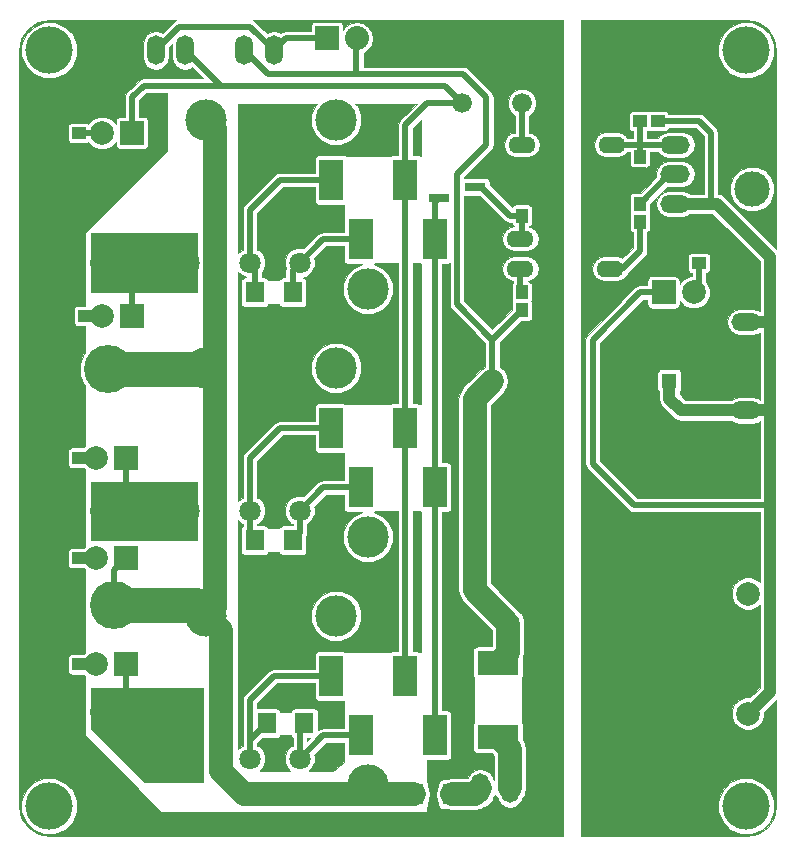
<source format=gbr>
G04 #@! TF.FileFunction,Copper,L2,Bot,Signal*
%FSLAX46Y46*%
G04 Gerber Fmt 4.6, Leading zero omitted, Abs format (unit mm)*
G04 Created by KiCad (PCBNEW 4.0.6) date 05/26/17 17:04:41*
%MOMM*%
%LPD*%
G01*
G04 APERTURE LIST*
%ADD10C,0.100000*%
%ADD11C,3.500000*%
%ADD12C,1.800000*%
%ADD13R,2.000000X2.000000*%
%ADD14C,2.000000*%
%ADD15R,2.032000X2.032000*%
%ADD16O,2.032000X2.032000*%
%ADD17R,1.300000X1.300000*%
%ADD18C,1.300000*%
%ADD19R,1.800860X0.800100*%
%ADD20R,1.600000X1.800000*%
%ADD21R,1.150000X1.000000*%
%ADD22R,1.000000X1.150000*%
%ADD23O,1.500000X2.500000*%
%ADD24R,2.000000X3.500000*%
%ADD25O,2.500000X1.500000*%
%ADD26C,3.000000*%
%ADD27O,2.300000X1.400000*%
%ADD28C,1.676400*%
%ADD29R,3.500000X2.000000*%
%ADD30C,4.064000*%
%ADD31C,4.000000*%
%ADD32C,0.500000*%
%ADD33C,2.000000*%
%ADD34C,3.000000*%
%ADD35C,1.000000*%
%ADD36C,0.026000*%
G04 APERTURE END LIST*
D10*
D11*
X14000000Y-42000000D03*
D12*
X24200000Y-42000000D03*
X20000000Y-42000000D03*
D11*
X30000000Y-44200000D03*
X16300000Y-29900000D03*
X27300000Y-29900000D03*
X14000000Y-21000000D03*
D12*
X24200000Y-21000000D03*
X20000000Y-21000000D03*
D11*
X30000000Y-23200000D03*
X16300000Y-8900000D03*
X27300000Y-8900000D03*
D13*
X55000000Y-23500000D03*
D14*
X57540000Y-23500000D03*
D13*
X10000000Y-25500000D03*
D14*
X7460000Y-25500000D03*
D13*
X9500000Y-46000000D03*
D14*
X6960000Y-46000000D03*
D13*
X9500000Y-37500000D03*
D14*
X6960000Y-37500000D03*
D15*
X26500000Y-2000000D03*
D16*
X29040000Y-2000000D03*
D17*
X40500000Y-31000000D03*
D18*
X45500000Y-31000000D03*
D19*
X39001140Y-14550000D03*
X39001140Y-16450000D03*
X35998860Y-15500000D03*
D20*
X23600000Y-23500000D03*
X20400000Y-23500000D03*
D13*
X10000000Y-10000000D03*
D14*
X7460000Y-10000000D03*
D21*
X5500000Y-10000000D03*
X4000000Y-10000000D03*
X58000000Y-21000000D03*
X56500000Y-21000000D03*
D22*
X43000000Y-17000000D03*
X43000000Y-15500000D03*
D21*
X53000000Y-9000000D03*
X54500000Y-9000000D03*
D22*
X53000000Y-13500000D03*
X53000000Y-12000000D03*
D21*
X6000000Y-25500000D03*
X4500000Y-25500000D03*
X5500000Y-46000000D03*
X4000000Y-46000000D03*
X5500000Y-37500000D03*
X4000000Y-37500000D03*
D22*
X53000000Y-16000000D03*
X53000000Y-17500000D03*
D20*
X37100000Y-66000000D03*
X33900000Y-66000000D03*
D23*
X22000000Y-3000000D03*
X19500000Y-3000000D03*
X14500000Y-3000000D03*
X12000000Y-3000000D03*
X42000000Y-65500000D03*
X39500000Y-65500000D03*
D24*
X35650000Y-19000000D03*
X29350000Y-19000000D03*
X33150000Y-14000000D03*
X26850000Y-14000000D03*
X35650000Y-40000000D03*
X29350000Y-40000000D03*
X33150000Y-35000000D03*
X26850000Y-35000000D03*
D20*
X23600000Y-44500000D03*
X20400000Y-44500000D03*
D22*
X43000000Y-23500000D03*
X43000000Y-25000000D03*
D25*
X62000000Y-33500000D03*
X62000000Y-31000000D03*
X62000000Y-26000000D03*
X62000000Y-23500000D03*
X56000000Y-18500000D03*
X56000000Y-16000000D03*
X56000000Y-13500000D03*
X56000000Y-11000000D03*
D26*
X62500000Y-14750000D03*
D17*
X55500000Y-31000000D03*
D18*
X50500000Y-31000000D03*
D13*
X9500000Y-55000000D03*
D14*
X6960000Y-55000000D03*
D21*
X5500000Y-55000000D03*
X4000000Y-55000000D03*
D14*
X41840000Y-51540000D03*
X41840000Y-46460000D03*
X41840000Y-38840000D03*
X62160000Y-38840000D03*
X62160000Y-49000000D03*
X62160000Y-59160000D03*
D27*
X50500000Y-21500000D03*
X50500000Y-18960000D03*
X42880000Y-18960000D03*
X42880000Y-21500000D03*
X43000000Y-11000000D03*
X43000000Y-13540000D03*
X50620000Y-13540000D03*
X50620000Y-11000000D03*
D20*
X24600000Y-60000000D03*
X21400000Y-60000000D03*
D24*
X35650000Y-61000000D03*
X29350000Y-61000000D03*
X33150000Y-56000000D03*
X26850000Y-56000000D03*
D11*
X14000000Y-63000000D03*
D12*
X24200000Y-63000000D03*
X20000000Y-63000000D03*
D11*
X30000000Y-65200000D03*
X16300000Y-50900000D03*
X27300000Y-50900000D03*
D28*
X37960000Y-7500000D03*
X43040000Y-7500000D03*
D29*
X41000000Y-54850000D03*
X41000000Y-61150000D03*
D30*
X8500000Y-21000000D03*
X8000000Y-30000000D03*
X3000000Y-59000000D03*
X3500000Y-30000000D03*
X8500000Y-59000000D03*
X3000000Y-50000000D03*
X3000000Y-42000000D03*
X8500000Y-42000000D03*
X3500000Y-21000000D03*
X8500000Y-50000000D03*
X3500000Y-15000000D03*
D31*
X3000000Y-3000000D03*
X3000000Y-67000000D03*
X62000000Y-67000000D03*
X62000000Y-3000000D03*
D32*
X4000000Y-37500000D02*
X4000000Y-34000000D01*
X4000000Y-34000000D02*
X3500000Y-33500000D01*
X39001140Y-16450000D02*
X39001140Y-18501140D01*
X40750000Y-20250000D02*
X45500000Y-20250000D01*
X39001140Y-18501140D02*
X40750000Y-20250000D01*
D33*
X3500000Y-60000000D02*
X12000000Y-68500000D01*
X44500000Y-49120000D02*
X41840000Y-46460000D01*
X44500000Y-66500000D02*
X44500000Y-49120000D01*
X42500000Y-68500000D02*
X44500000Y-66500000D01*
X12000000Y-68500000D02*
X42500000Y-68500000D01*
D32*
X43000000Y-15500000D02*
X45000000Y-15500000D01*
X45500000Y-16000000D02*
X45500000Y-20250000D01*
X45000000Y-15500000D02*
X45500000Y-16000000D01*
X4500000Y-25500000D02*
X3500000Y-25500000D01*
X4000000Y-46000000D02*
X3500000Y-45500000D01*
X3500000Y-45500000D02*
X3500000Y-45000000D01*
X3500000Y-54000000D02*
X3500000Y-54500000D01*
X3500000Y-54500000D02*
X4000000Y-55000000D01*
X3500000Y-50000000D02*
X3500000Y-54000000D01*
X3500000Y-54000000D02*
X3500000Y-60000000D01*
X3500000Y-42000000D02*
X3500000Y-45000000D01*
X3500000Y-45000000D02*
X3500000Y-50000000D01*
X3500000Y-33500000D02*
X3500000Y-42000000D01*
X3500000Y-21000000D02*
X3500000Y-25500000D01*
X3500000Y-25500000D02*
X3500000Y-33500000D01*
X3500000Y-21000000D02*
X3500000Y-10500000D01*
X3500000Y-10500000D02*
X4000000Y-10000000D01*
X45500000Y-20250000D02*
X45500000Y-21500000D01*
X45500000Y-21500000D02*
X45500000Y-31000000D01*
D33*
X41840000Y-38840000D02*
X41840000Y-34660000D01*
X41840000Y-34660000D02*
X45500000Y-31000000D01*
X41840000Y-38840000D02*
X41840000Y-46460000D01*
D32*
X43000000Y-13540000D02*
X43000000Y-15500000D01*
D33*
X33900000Y-66000000D02*
X19500000Y-66000000D01*
X19500000Y-66000000D02*
X17500000Y-64000000D01*
X17500000Y-64000000D02*
X17500000Y-52100000D01*
X30800000Y-66000000D02*
X30000000Y-65200000D01*
X17500000Y-52100000D02*
X16300000Y-50900000D01*
D34*
X16200000Y-30000000D02*
X16300000Y-29900000D01*
D32*
X8500000Y-50000000D02*
X8500000Y-47000000D01*
X8500000Y-47000000D02*
X9500000Y-46000000D01*
D34*
X8500000Y-50000000D02*
X15400000Y-50000000D01*
X15400000Y-50000000D02*
X16300000Y-50900000D01*
D33*
X16300000Y-50900000D02*
X17000000Y-50200000D01*
X17000000Y-50200000D02*
X17000000Y-9600000D01*
X17000000Y-9600000D02*
X16300000Y-8900000D01*
X16300000Y-8900000D02*
X17000000Y-9600000D01*
X17000000Y-9600000D02*
X17000000Y-29200000D01*
X17000000Y-29200000D02*
X16300000Y-29900000D01*
D34*
X8500000Y-30000000D02*
X16200000Y-30000000D01*
D32*
X58000000Y-23040000D02*
X58000000Y-21000000D01*
X57540000Y-23500000D02*
X58000000Y-23040000D01*
X58000000Y-23460000D02*
X58040000Y-23500000D01*
D33*
X37100000Y-66000000D02*
X39000000Y-66000000D01*
X39000000Y-66000000D02*
X39500000Y-65500000D01*
D32*
X8500000Y-21000000D02*
X10000000Y-22500000D01*
X10000000Y-22500000D02*
X10000000Y-25500000D01*
X8500000Y-21000000D02*
X14000000Y-21000000D01*
X7460000Y-25500000D02*
X6000000Y-25500000D01*
X6960000Y-46000000D02*
X5500000Y-46000000D01*
X29040000Y-2000000D02*
X29000000Y-2040000D01*
X29000000Y-2040000D02*
X29000000Y-5000000D01*
X29040000Y-1500000D02*
X29000000Y-1540000D01*
X19500000Y-3000000D02*
X21500000Y-5000000D01*
X38000000Y-5000000D02*
X40000000Y-7000000D01*
X21500000Y-5000000D02*
X29000000Y-5000000D01*
X29000000Y-5000000D02*
X38000000Y-5000000D01*
D33*
X41000000Y-54850000D02*
X41840000Y-54010000D01*
X41840000Y-54010000D02*
X41840000Y-51540000D01*
D32*
X40500000Y-27500000D02*
X37500000Y-24500000D01*
X40000000Y-7000000D02*
X40000000Y-11000000D01*
X40000000Y-11000000D02*
X37500000Y-13500000D01*
X37500000Y-24500000D02*
X37500000Y-13500000D01*
X40500000Y-31000000D02*
X40500000Y-27500000D01*
X40500000Y-27500000D02*
X43000000Y-25000000D01*
X29040000Y-1500000D02*
X29000000Y-1540000D01*
D33*
X40500000Y-31000000D02*
X39000000Y-32500000D01*
X39000000Y-48700000D02*
X41840000Y-51540000D01*
X39000000Y-32500000D02*
X39000000Y-48700000D01*
D32*
X9500000Y-37500000D02*
X9500000Y-41000000D01*
X9500000Y-41000000D02*
X8500000Y-42000000D01*
X8500000Y-42000000D02*
X14000000Y-42000000D01*
X6960000Y-37500000D02*
X5500000Y-37500000D01*
X53000000Y-20000000D02*
X51500000Y-21500000D01*
X53000000Y-17500000D02*
X53000000Y-20000000D01*
X51500000Y-21500000D02*
X50500000Y-21500000D01*
X10000000Y-10000000D02*
X10000000Y-7000000D01*
X11000000Y-6000000D02*
X17500000Y-6000000D01*
X10000000Y-7000000D02*
X11000000Y-6000000D01*
X37960000Y-7500000D02*
X36460000Y-6000000D01*
X17500000Y-6000000D02*
X14500000Y-3000000D01*
X36460000Y-6000000D02*
X17500000Y-6000000D01*
X33150000Y-14000000D02*
X33150000Y-9350000D01*
X35000000Y-7500000D02*
X37960000Y-7500000D01*
X33150000Y-9350000D02*
X35000000Y-7500000D01*
X33150000Y-35000000D02*
X33150000Y-56000000D01*
X33150000Y-14000000D02*
X33150000Y-35000000D01*
X35650000Y-19000000D02*
X35650000Y-15848860D01*
X35650000Y-15848860D02*
X35998860Y-15500000D01*
X35650000Y-19000000D02*
X35998860Y-18651140D01*
X35998860Y-18000000D02*
X34998860Y-19000000D01*
X35650000Y-40000000D02*
X35650000Y-19000000D01*
X35650000Y-61000000D02*
X35650000Y-40000000D01*
X53000000Y-12000000D02*
X53000000Y-11000000D01*
X53000000Y-9000000D02*
X53000000Y-11000000D01*
X50620000Y-11000000D02*
X53000000Y-11000000D01*
X53000000Y-11000000D02*
X56000000Y-11000000D01*
X53000000Y-16000000D02*
X55500000Y-13500000D01*
X55500000Y-13500000D02*
X56000000Y-13500000D01*
X55500000Y-13500000D02*
X56000000Y-13500000D01*
X43000000Y-11000000D02*
X43000000Y-7540000D01*
X43000000Y-7540000D02*
X43040000Y-7500000D01*
X12000000Y-3000000D02*
X14000000Y-1000000D01*
X20000000Y-1000000D02*
X22000000Y-3000000D01*
X14000000Y-1000000D02*
X20000000Y-1000000D01*
X22000000Y-3000000D02*
X23000000Y-2000000D01*
X23000000Y-2000000D02*
X26500000Y-2000000D01*
X50620000Y-13540000D02*
X50660000Y-13500000D01*
X50660000Y-13500000D02*
X53000000Y-13500000D01*
X51500000Y-23000000D02*
X53500000Y-21000000D01*
X48500000Y-20960000D02*
X48500000Y-22000000D01*
X48500000Y-22000000D02*
X49500000Y-23000000D01*
X49500000Y-23000000D02*
X51500000Y-23000000D01*
X50500000Y-18960000D02*
X48500000Y-20960000D01*
X53500000Y-21000000D02*
X56500000Y-21000000D01*
X56500000Y-21000000D02*
X56500000Y-19000000D01*
X56500000Y-19000000D02*
X56000000Y-18500000D01*
X50500000Y-18960000D02*
X50500000Y-13660000D01*
X50500000Y-13660000D02*
X50620000Y-13540000D01*
D35*
X50500000Y-31000000D02*
X54500000Y-27000000D01*
X54500000Y-27000000D02*
X57000000Y-27000000D01*
X50500000Y-35500000D02*
X50500000Y-31000000D01*
X53840000Y-38840000D02*
X50500000Y-35500000D01*
X62160000Y-38840000D02*
X53840000Y-38840000D01*
X62000000Y-31000000D02*
X61000000Y-31000000D01*
X61000000Y-31000000D02*
X57000000Y-27000000D01*
X56000000Y-18500000D02*
X59500000Y-18500000D01*
X59500000Y-18500000D02*
X62500000Y-21500000D01*
X62500000Y-21500000D02*
X62500000Y-23500000D01*
X57000000Y-27000000D02*
X60500000Y-23500000D01*
X60500000Y-23500000D02*
X62500000Y-23500000D01*
D32*
X55000000Y-23500000D02*
X53000000Y-23500000D01*
X49000000Y-27500000D02*
X49000000Y-38000000D01*
X49000000Y-38000000D02*
X52500000Y-41500000D01*
X53000000Y-23500000D02*
X49000000Y-27500000D01*
X52500000Y-41500000D02*
X64000000Y-41500000D01*
D35*
X62000000Y-33500000D02*
X64000000Y-33500000D01*
X62000000Y-26000000D02*
X64000000Y-26000000D01*
X62160000Y-59160000D02*
X64000000Y-57320000D01*
X64000000Y-57320000D02*
X64000000Y-41500000D01*
X64000000Y-41500000D02*
X64000000Y-33500000D01*
X59500000Y-16000000D02*
X59000000Y-16000000D01*
X64000000Y-20500000D02*
X59500000Y-16000000D01*
X64000000Y-33500000D02*
X64000000Y-26000000D01*
X64000000Y-26000000D02*
X64000000Y-20500000D01*
X55500000Y-31000000D02*
X55500000Y-32500000D01*
X56500000Y-33500000D02*
X62000000Y-33500000D01*
X55500000Y-32500000D02*
X56500000Y-33500000D01*
X59000000Y-16000000D02*
X56000000Y-16000000D01*
D32*
X54500000Y-9000000D02*
X58000000Y-9000000D01*
X59000000Y-10000000D02*
X59000000Y-16000000D01*
X58000000Y-9000000D02*
X59000000Y-10000000D01*
X5500000Y-10000000D02*
X7460000Y-10000000D01*
X42880000Y-21500000D02*
X42880000Y-23380000D01*
X42880000Y-23380000D02*
X43000000Y-23500000D01*
X39001140Y-14550000D02*
X39550000Y-14550000D01*
X39550000Y-14550000D02*
X42000000Y-17000000D01*
X42000000Y-17000000D02*
X43000000Y-17000000D01*
X42950000Y-17050000D02*
X43000000Y-17000000D01*
X43000000Y-17000000D02*
X43000000Y-18840000D01*
X43000000Y-18840000D02*
X42880000Y-18960000D01*
X24200000Y-42000000D02*
X24200000Y-43900000D01*
X24200000Y-43900000D02*
X23600000Y-44500000D01*
X24200000Y-42000000D02*
X26200000Y-40000000D01*
X26200000Y-40000000D02*
X29350000Y-40000000D01*
X20000000Y-42000000D02*
X20000000Y-44100000D01*
X20000000Y-44100000D02*
X20400000Y-44500000D01*
X20000000Y-42000000D02*
X20000000Y-37500000D01*
X22500000Y-35000000D02*
X26850000Y-35000000D01*
X20000000Y-37500000D02*
X22500000Y-35000000D01*
X24200000Y-21000000D02*
X26200000Y-19000000D01*
X26200000Y-19000000D02*
X29350000Y-19000000D01*
X24200000Y-21000000D02*
X23600000Y-21600000D01*
X23600000Y-21600000D02*
X23600000Y-23500000D01*
X24500000Y-20700000D02*
X24200000Y-21000000D01*
X20000000Y-21000000D02*
X20000000Y-16500000D01*
X22500000Y-14000000D02*
X26850000Y-14000000D01*
X20000000Y-16500000D02*
X22500000Y-14000000D01*
X26850000Y-14150000D02*
X26850000Y-14000000D01*
X20000000Y-21000000D02*
X20400000Y-21400000D01*
X20400000Y-21400000D02*
X20400000Y-23500000D01*
X5500000Y-55000000D02*
X6960000Y-55000000D01*
X11500000Y-63000000D02*
X8500000Y-60000000D01*
X9500000Y-55000000D02*
X9500000Y-59000000D01*
X9500000Y-59000000D02*
X8500000Y-60000000D01*
X14000000Y-63000000D02*
X11500000Y-63000000D01*
X24200000Y-63000000D02*
X24200000Y-60400000D01*
X24200000Y-60400000D02*
X24600000Y-60000000D01*
X24200000Y-63000000D02*
X26200000Y-61000000D01*
X26200000Y-61000000D02*
X29350000Y-61000000D01*
X20000000Y-63000000D02*
X20000000Y-61400000D01*
X20000000Y-61400000D02*
X21400000Y-60000000D01*
X20000000Y-63000000D02*
X20000000Y-58000000D01*
X22000000Y-56000000D02*
X26850000Y-56000000D01*
X20000000Y-58000000D02*
X22000000Y-56000000D01*
D33*
X42000000Y-65500000D02*
X42000000Y-62150000D01*
X42000000Y-62150000D02*
X41000000Y-61150000D01*
D36*
G36*
X13566543Y-566544D02*
X12586005Y-1547082D01*
X12425927Y-1440121D01*
X12000000Y-1355399D01*
X11574073Y-1440121D01*
X11212990Y-1681389D01*
X10971722Y-2042472D01*
X10887000Y-2468399D01*
X10887000Y-3531601D01*
X10971722Y-3957528D01*
X11212990Y-4318611D01*
X11574073Y-4559879D01*
X12000000Y-4644601D01*
X12425927Y-4559879D01*
X12787010Y-4318611D01*
X13028278Y-3957528D01*
X13113000Y-3531601D01*
X13113000Y-2753912D01*
X13387000Y-2479912D01*
X13387000Y-3531601D01*
X13471722Y-3957528D01*
X13712990Y-4318611D01*
X14074073Y-4559879D01*
X14500000Y-4644601D01*
X14925927Y-4559879D01*
X15086006Y-4452918D01*
X16020087Y-5387000D01*
X11000000Y-5387000D01*
X10765415Y-5433662D01*
X10685759Y-5486887D01*
X10566544Y-5566543D01*
X9566545Y-6566543D01*
X9566544Y-6566544D01*
X9433662Y-6765415D01*
X9387000Y-7000000D01*
X9387000Y-8629889D01*
X9000000Y-8629889D01*
X8865480Y-8655201D01*
X8741932Y-8734702D01*
X8659049Y-8856006D01*
X8629889Y-9000000D01*
X8629889Y-9262136D01*
X8616169Y-9228931D01*
X8233086Y-8845178D01*
X7732307Y-8637237D01*
X7190072Y-8636764D01*
X6688931Y-8843831D01*
X6310517Y-9221584D01*
X6218994Y-9159049D01*
X6075000Y-9129889D01*
X4925000Y-9129889D01*
X4790480Y-9155201D01*
X4666932Y-9234702D01*
X4584049Y-9356006D01*
X4554889Y-9500000D01*
X4554889Y-10500000D01*
X4580201Y-10634520D01*
X4659702Y-10758068D01*
X4781006Y-10840951D01*
X4925000Y-10870111D01*
X6075000Y-10870111D01*
X6209520Y-10844799D01*
X6311758Y-10779010D01*
X6686914Y-11154822D01*
X7187693Y-11362763D01*
X7729928Y-11363236D01*
X8231069Y-11156169D01*
X8614822Y-10773086D01*
X8629889Y-10736801D01*
X8629889Y-11000000D01*
X8655201Y-11134520D01*
X8734702Y-11258068D01*
X8856006Y-11340951D01*
X9000000Y-11370111D01*
X11000000Y-11370111D01*
X11134520Y-11344799D01*
X11258068Y-11265298D01*
X11340951Y-11143994D01*
X11370111Y-11000000D01*
X11370111Y-9000000D01*
X11344799Y-8865480D01*
X11265298Y-8741932D01*
X11143994Y-8659049D01*
X11000000Y-8629889D01*
X10613000Y-8629889D01*
X10613000Y-7253912D01*
X11253913Y-6613000D01*
X12987000Y-6613000D01*
X12987000Y-11494616D01*
X5990808Y-18490808D01*
X5987955Y-18495108D01*
X5987000Y-18500000D01*
X5987000Y-24629889D01*
X5425000Y-24629889D01*
X5290480Y-24655201D01*
X5166932Y-24734702D01*
X5084049Y-24856006D01*
X5054889Y-25000000D01*
X5054889Y-26000000D01*
X5080201Y-26134520D01*
X5159702Y-26258068D01*
X5281006Y-26340951D01*
X5425000Y-26370111D01*
X5987000Y-26370111D01*
X5987000Y-28625400D01*
X5970802Y-28641570D01*
X5605416Y-29521515D01*
X5604585Y-30474305D01*
X5968434Y-31354886D01*
X5987000Y-31373484D01*
X5987000Y-36545410D01*
X5902373Y-36629889D01*
X4925000Y-36629889D01*
X4790480Y-36655201D01*
X4666932Y-36734702D01*
X4584049Y-36856006D01*
X4554889Y-37000000D01*
X4554889Y-38000000D01*
X4580201Y-38134520D01*
X4659702Y-38258068D01*
X4781006Y-38340951D01*
X4925000Y-38370111D01*
X5902700Y-38370111D01*
X5987000Y-38454558D01*
X5987000Y-45045410D01*
X5902373Y-45129889D01*
X4925000Y-45129889D01*
X4790480Y-45155201D01*
X4666932Y-45234702D01*
X4584049Y-45356006D01*
X4554889Y-45500000D01*
X4554889Y-46500000D01*
X4580201Y-46634520D01*
X4659702Y-46758068D01*
X4781006Y-46840951D01*
X4925000Y-46870111D01*
X5902700Y-46870111D01*
X5987000Y-46954558D01*
X5987000Y-54045410D01*
X5902373Y-54129889D01*
X4925000Y-54129889D01*
X4790480Y-54155201D01*
X4666932Y-54234702D01*
X4584049Y-54356006D01*
X4554889Y-54500000D01*
X4554889Y-55500000D01*
X4580201Y-55634520D01*
X4659702Y-55758068D01*
X4781006Y-55840951D01*
X4925000Y-55870111D01*
X5902700Y-55870111D01*
X5987000Y-55954558D01*
X5987000Y-61000000D01*
X5988024Y-61005058D01*
X5990808Y-61009192D01*
X12490808Y-67509192D01*
X12495108Y-67512045D01*
X12500000Y-67513000D01*
X35000000Y-67513000D01*
X35005058Y-67511976D01*
X35009319Y-67509065D01*
X35012111Y-67504725D01*
X35013000Y-67500000D01*
X35013000Y-67084902D01*
X35040951Y-67043994D01*
X35070111Y-66900000D01*
X35070111Y-66655001D01*
X35159248Y-66521598D01*
X35263000Y-66000000D01*
X35159248Y-65478402D01*
X35070111Y-65344999D01*
X35070111Y-65100000D01*
X35044799Y-64965480D01*
X35013000Y-64916063D01*
X35013000Y-63120111D01*
X36650000Y-63120111D01*
X36784520Y-63094799D01*
X36908068Y-63015298D01*
X36990951Y-62893994D01*
X37020111Y-62750000D01*
X37020111Y-59250000D01*
X36994799Y-59115480D01*
X36915298Y-58991932D01*
X36793994Y-58909049D01*
X36650000Y-58879889D01*
X36263000Y-58879889D01*
X36263000Y-42120111D01*
X36650000Y-42120111D01*
X36784520Y-42094799D01*
X36908068Y-42015298D01*
X36990951Y-41893994D01*
X37020111Y-41750000D01*
X37020111Y-38250000D01*
X36994799Y-38115480D01*
X36915298Y-37991932D01*
X36793994Y-37909049D01*
X36650000Y-37879889D01*
X36263000Y-37879889D01*
X36263000Y-21120111D01*
X36650000Y-21120111D01*
X36784520Y-21094799D01*
X36887000Y-21028855D01*
X36887000Y-24500000D01*
X36918442Y-24658068D01*
X36933662Y-24734585D01*
X37066544Y-24933456D01*
X39887000Y-27753913D01*
X39887000Y-29801825D01*
X39536213Y-30036214D01*
X38036213Y-31536213D01*
X37740752Y-31978402D01*
X37733943Y-32012632D01*
X37636999Y-32500000D01*
X37637000Y-32500005D01*
X37637000Y-48699995D01*
X37636999Y-48700000D01*
X37684888Y-48940752D01*
X37740752Y-49221598D01*
X37941150Y-49521515D01*
X38036213Y-49663787D01*
X40477000Y-52104573D01*
X40477000Y-53445427D01*
X40442537Y-53479889D01*
X39250000Y-53479889D01*
X39115480Y-53505201D01*
X38991932Y-53584702D01*
X38909049Y-53706006D01*
X38879889Y-53850000D01*
X38879889Y-55850000D01*
X38905201Y-55984520D01*
X38984702Y-56108068D01*
X38987000Y-56109638D01*
X38987000Y-59891920D01*
X38909049Y-60006006D01*
X38879889Y-60150000D01*
X38879889Y-62150000D01*
X38905201Y-62284520D01*
X38984702Y-62408068D01*
X39106006Y-62490951D01*
X39250000Y-62520111D01*
X40442537Y-62520111D01*
X40637000Y-62714573D01*
X40637000Y-64795445D01*
X40553842Y-64670990D01*
X40528278Y-64542472D01*
X40287010Y-64181389D01*
X39925927Y-63940121D01*
X39500000Y-63855399D01*
X39074073Y-63940121D01*
X38712990Y-64181389D01*
X38471722Y-64542472D01*
X38457263Y-64615164D01*
X38435427Y-64637000D01*
X37100000Y-64637000D01*
X36633014Y-64729889D01*
X36300000Y-64729889D01*
X36165480Y-64755201D01*
X36041932Y-64834702D01*
X35959049Y-64956006D01*
X35929889Y-65100000D01*
X35929889Y-65344999D01*
X35840752Y-65478402D01*
X35737000Y-66000000D01*
X35840752Y-66521598D01*
X35929889Y-66655001D01*
X35929889Y-66900000D01*
X35955201Y-67034520D01*
X36034702Y-67158068D01*
X36156006Y-67240951D01*
X36300000Y-67270111D01*
X36633014Y-67270111D01*
X37100000Y-67363000D01*
X38999995Y-67363000D01*
X39000000Y-67363001D01*
X39435059Y-67276462D01*
X39521598Y-67259248D01*
X39775064Y-67089887D01*
X39925927Y-67059879D01*
X40287010Y-66818611D01*
X40528278Y-66457528D01*
X40553842Y-66329009D01*
X40750000Y-66035438D01*
X40946158Y-66329011D01*
X40971722Y-66457528D01*
X41212990Y-66818611D01*
X41574073Y-67059879D01*
X42000000Y-67144601D01*
X42425927Y-67059879D01*
X42787010Y-66818611D01*
X43028278Y-66457528D01*
X43053842Y-66329011D01*
X43259248Y-66021598D01*
X43363000Y-65500000D01*
X43363000Y-62150005D01*
X43363001Y-62150000D01*
X43259249Y-61628403D01*
X43120111Y-61420169D01*
X43120111Y-60150000D01*
X43094799Y-60015480D01*
X43015298Y-59891932D01*
X43013000Y-59890362D01*
X43013000Y-56108080D01*
X43090951Y-55993994D01*
X43120111Y-55850000D01*
X43120111Y-54426712D01*
X43203000Y-54010000D01*
X43203000Y-51540616D01*
X43203236Y-51270072D01*
X42996169Y-50768931D01*
X42613086Y-50385178D01*
X42612513Y-50384940D01*
X40363000Y-48135426D01*
X40363000Y-33064574D01*
X41463786Y-31963787D01*
X41759248Y-31521598D01*
X41863000Y-31000000D01*
X41759248Y-30478403D01*
X41463786Y-30036214D01*
X41113000Y-29801826D01*
X41113000Y-27753912D01*
X42921802Y-25945111D01*
X43500000Y-25945111D01*
X43634520Y-25919799D01*
X43758068Y-25840298D01*
X43840951Y-25718994D01*
X43870111Y-25575000D01*
X43870111Y-24425000D01*
X43844799Y-24290480D01*
X43819243Y-24250765D01*
X43840951Y-24218994D01*
X43870111Y-24075000D01*
X43870111Y-22925000D01*
X43844799Y-22790480D01*
X43765298Y-22666932D01*
X43643994Y-22584049D01*
X43500000Y-22554889D01*
X43493000Y-22554889D01*
X43493000Y-22536473D01*
X43766433Y-22482084D01*
X44111296Y-22251655D01*
X44341725Y-21906792D01*
X44422641Y-21500000D01*
X44341725Y-21093208D01*
X44111296Y-20748345D01*
X43766433Y-20517916D01*
X43359641Y-20437000D01*
X42400359Y-20437000D01*
X41993567Y-20517916D01*
X41648704Y-20748345D01*
X41418275Y-21093208D01*
X41337359Y-21500000D01*
X41418275Y-21906792D01*
X41648704Y-22251655D01*
X41993567Y-22482084D01*
X42267000Y-22536473D01*
X42267000Y-22643571D01*
X42241932Y-22659702D01*
X42159049Y-22781006D01*
X42129889Y-22925000D01*
X42129889Y-24075000D01*
X42155201Y-24209520D01*
X42180757Y-24249235D01*
X42159049Y-24281006D01*
X42129889Y-24425000D01*
X42129889Y-25003198D01*
X40500000Y-26633087D01*
X38113000Y-24246088D01*
X38113000Y-15320161D01*
X39453249Y-15320161D01*
X41566543Y-17433456D01*
X41765415Y-17566338D01*
X42000000Y-17613000D01*
X42137039Y-17613000D01*
X42155201Y-17709520D01*
X42234702Y-17833068D01*
X42344525Y-17908106D01*
X41993567Y-17977916D01*
X41648704Y-18208345D01*
X41418275Y-18553208D01*
X41337359Y-18960000D01*
X41418275Y-19366792D01*
X41648704Y-19711655D01*
X41993567Y-19942084D01*
X42400359Y-20023000D01*
X43359641Y-20023000D01*
X43766433Y-19942084D01*
X44111296Y-19711655D01*
X44341725Y-19366792D01*
X44422641Y-18960000D01*
X44341725Y-18553208D01*
X44111296Y-18208345D01*
X43766433Y-17977916D01*
X43613000Y-17947396D01*
X43613000Y-17923848D01*
X43634520Y-17919799D01*
X43758068Y-17840298D01*
X43840951Y-17718994D01*
X43870111Y-17575000D01*
X43870111Y-16425000D01*
X43844799Y-16290480D01*
X43765298Y-16166932D01*
X43643994Y-16084049D01*
X43500000Y-16054889D01*
X42500000Y-16054889D01*
X42365480Y-16080201D01*
X42241932Y-16159702D01*
X42159049Y-16281006D01*
X42157175Y-16290262D01*
X40271681Y-14404769D01*
X40271681Y-14149950D01*
X40246369Y-14015430D01*
X40166868Y-13891882D01*
X40045564Y-13808999D01*
X39901570Y-13779839D01*
X38113000Y-13779839D01*
X38113000Y-13753912D01*
X40433457Y-11433456D01*
X40566338Y-11234585D01*
X40582204Y-11154822D01*
X40613000Y-11000000D01*
X41457359Y-11000000D01*
X41538275Y-11406792D01*
X41768704Y-11751655D01*
X42113567Y-11982084D01*
X42520359Y-12063000D01*
X43479641Y-12063000D01*
X43886433Y-11982084D01*
X44231296Y-11751655D01*
X44461725Y-11406792D01*
X44542641Y-11000000D01*
X44461725Y-10593208D01*
X44231296Y-10248345D01*
X43886433Y-10017916D01*
X43613000Y-9963527D01*
X43613000Y-8562942D01*
X43719536Y-8518922D01*
X44057734Y-8181314D01*
X44240991Y-7739982D01*
X44241408Y-7262115D01*
X44058922Y-6820464D01*
X43721314Y-6482266D01*
X43279982Y-6299009D01*
X42802115Y-6298592D01*
X42360464Y-6481078D01*
X42022266Y-6818686D01*
X41839009Y-7260018D01*
X41838592Y-7737885D01*
X42021078Y-8179536D01*
X42358686Y-8517734D01*
X42387000Y-8529491D01*
X42387000Y-9963527D01*
X42113567Y-10017916D01*
X41768704Y-10248345D01*
X41538275Y-10593208D01*
X41457359Y-11000000D01*
X40613000Y-11000000D01*
X40613000Y-7000000D01*
X40566338Y-6765415D01*
X40433456Y-6566543D01*
X38433456Y-4566544D01*
X38234585Y-4433662D01*
X38000000Y-4387000D01*
X29613000Y-4387000D01*
X29613000Y-3270791D01*
X30015100Y-3002116D01*
X30314030Y-2554736D01*
X30419000Y-2027016D01*
X30419000Y-1972984D01*
X30314030Y-1445264D01*
X30015100Y-997884D01*
X29567720Y-698954D01*
X29040000Y-593984D01*
X28512280Y-698954D01*
X28064900Y-997884D01*
X27886111Y-1265460D01*
X27886111Y-984000D01*
X27860799Y-849480D01*
X27781298Y-725932D01*
X27659994Y-643049D01*
X27516000Y-613889D01*
X25484000Y-613889D01*
X25349480Y-639201D01*
X25225932Y-718702D01*
X25143049Y-840006D01*
X25113889Y-984000D01*
X25113889Y-1387000D01*
X23000000Y-1387000D01*
X22765415Y-1433662D01*
X22705551Y-1473662D01*
X22590838Y-1550311D01*
X22425927Y-1440121D01*
X22000000Y-1355399D01*
X21574073Y-1440121D01*
X21413995Y-1547082D01*
X20433456Y-566544D01*
X20241077Y-438000D01*
X46487000Y-438000D01*
X46487000Y-69562000D01*
X3043140Y-69562000D01*
X2022850Y-69359052D01*
X1194459Y-68805538D01*
X640948Y-67977150D01*
X539666Y-67467968D01*
X636591Y-67467968D01*
X995578Y-68336783D01*
X1659720Y-69002086D01*
X2527908Y-69362589D01*
X3467968Y-69363409D01*
X4336783Y-69004422D01*
X5002086Y-68340280D01*
X5362589Y-67472092D01*
X5363409Y-66532032D01*
X5004422Y-65663217D01*
X4340280Y-64997914D01*
X3472092Y-64637411D01*
X2532032Y-64636591D01*
X1663217Y-64995578D01*
X997914Y-65659720D01*
X637411Y-66527908D01*
X636591Y-67467968D01*
X539666Y-67467968D01*
X438000Y-66956861D01*
X438000Y-3467968D01*
X636591Y-3467968D01*
X995578Y-4336783D01*
X1659720Y-5002086D01*
X2527908Y-5362589D01*
X3467968Y-5363409D01*
X4336783Y-5004422D01*
X5002086Y-4340280D01*
X5362589Y-3472092D01*
X5363409Y-2532032D01*
X5004422Y-1663217D01*
X4340280Y-997914D01*
X3472092Y-637411D01*
X2532032Y-636591D01*
X1663217Y-995578D01*
X997914Y-1659720D01*
X637411Y-2527908D01*
X636591Y-3467968D01*
X438000Y-3467968D01*
X438000Y-3043139D01*
X640948Y-2022850D01*
X1194459Y-1194462D01*
X2022850Y-640948D01*
X3043140Y-438000D01*
X13758923Y-438000D01*
X13566543Y-566544D01*
X13566543Y-566544D01*
G37*
X13566543Y-566544D02*
X12586005Y-1547082D01*
X12425927Y-1440121D01*
X12000000Y-1355399D01*
X11574073Y-1440121D01*
X11212990Y-1681389D01*
X10971722Y-2042472D01*
X10887000Y-2468399D01*
X10887000Y-3531601D01*
X10971722Y-3957528D01*
X11212990Y-4318611D01*
X11574073Y-4559879D01*
X12000000Y-4644601D01*
X12425927Y-4559879D01*
X12787010Y-4318611D01*
X13028278Y-3957528D01*
X13113000Y-3531601D01*
X13113000Y-2753912D01*
X13387000Y-2479912D01*
X13387000Y-3531601D01*
X13471722Y-3957528D01*
X13712990Y-4318611D01*
X14074073Y-4559879D01*
X14500000Y-4644601D01*
X14925927Y-4559879D01*
X15086006Y-4452918D01*
X16020087Y-5387000D01*
X11000000Y-5387000D01*
X10765415Y-5433662D01*
X10685759Y-5486887D01*
X10566544Y-5566543D01*
X9566545Y-6566543D01*
X9566544Y-6566544D01*
X9433662Y-6765415D01*
X9387000Y-7000000D01*
X9387000Y-8629889D01*
X9000000Y-8629889D01*
X8865480Y-8655201D01*
X8741932Y-8734702D01*
X8659049Y-8856006D01*
X8629889Y-9000000D01*
X8629889Y-9262136D01*
X8616169Y-9228931D01*
X8233086Y-8845178D01*
X7732307Y-8637237D01*
X7190072Y-8636764D01*
X6688931Y-8843831D01*
X6310517Y-9221584D01*
X6218994Y-9159049D01*
X6075000Y-9129889D01*
X4925000Y-9129889D01*
X4790480Y-9155201D01*
X4666932Y-9234702D01*
X4584049Y-9356006D01*
X4554889Y-9500000D01*
X4554889Y-10500000D01*
X4580201Y-10634520D01*
X4659702Y-10758068D01*
X4781006Y-10840951D01*
X4925000Y-10870111D01*
X6075000Y-10870111D01*
X6209520Y-10844799D01*
X6311758Y-10779010D01*
X6686914Y-11154822D01*
X7187693Y-11362763D01*
X7729928Y-11363236D01*
X8231069Y-11156169D01*
X8614822Y-10773086D01*
X8629889Y-10736801D01*
X8629889Y-11000000D01*
X8655201Y-11134520D01*
X8734702Y-11258068D01*
X8856006Y-11340951D01*
X9000000Y-11370111D01*
X11000000Y-11370111D01*
X11134520Y-11344799D01*
X11258068Y-11265298D01*
X11340951Y-11143994D01*
X11370111Y-11000000D01*
X11370111Y-9000000D01*
X11344799Y-8865480D01*
X11265298Y-8741932D01*
X11143994Y-8659049D01*
X11000000Y-8629889D01*
X10613000Y-8629889D01*
X10613000Y-7253912D01*
X11253913Y-6613000D01*
X12987000Y-6613000D01*
X12987000Y-11494616D01*
X5990808Y-18490808D01*
X5987955Y-18495108D01*
X5987000Y-18500000D01*
X5987000Y-24629889D01*
X5425000Y-24629889D01*
X5290480Y-24655201D01*
X5166932Y-24734702D01*
X5084049Y-24856006D01*
X5054889Y-25000000D01*
X5054889Y-26000000D01*
X5080201Y-26134520D01*
X5159702Y-26258068D01*
X5281006Y-26340951D01*
X5425000Y-26370111D01*
X5987000Y-26370111D01*
X5987000Y-28625400D01*
X5970802Y-28641570D01*
X5605416Y-29521515D01*
X5604585Y-30474305D01*
X5968434Y-31354886D01*
X5987000Y-31373484D01*
X5987000Y-36545410D01*
X5902373Y-36629889D01*
X4925000Y-36629889D01*
X4790480Y-36655201D01*
X4666932Y-36734702D01*
X4584049Y-36856006D01*
X4554889Y-37000000D01*
X4554889Y-38000000D01*
X4580201Y-38134520D01*
X4659702Y-38258068D01*
X4781006Y-38340951D01*
X4925000Y-38370111D01*
X5902700Y-38370111D01*
X5987000Y-38454558D01*
X5987000Y-45045410D01*
X5902373Y-45129889D01*
X4925000Y-45129889D01*
X4790480Y-45155201D01*
X4666932Y-45234702D01*
X4584049Y-45356006D01*
X4554889Y-45500000D01*
X4554889Y-46500000D01*
X4580201Y-46634520D01*
X4659702Y-46758068D01*
X4781006Y-46840951D01*
X4925000Y-46870111D01*
X5902700Y-46870111D01*
X5987000Y-46954558D01*
X5987000Y-54045410D01*
X5902373Y-54129889D01*
X4925000Y-54129889D01*
X4790480Y-54155201D01*
X4666932Y-54234702D01*
X4584049Y-54356006D01*
X4554889Y-54500000D01*
X4554889Y-55500000D01*
X4580201Y-55634520D01*
X4659702Y-55758068D01*
X4781006Y-55840951D01*
X4925000Y-55870111D01*
X5902700Y-55870111D01*
X5987000Y-55954558D01*
X5987000Y-61000000D01*
X5988024Y-61005058D01*
X5990808Y-61009192D01*
X12490808Y-67509192D01*
X12495108Y-67512045D01*
X12500000Y-67513000D01*
X35000000Y-67513000D01*
X35005058Y-67511976D01*
X35009319Y-67509065D01*
X35012111Y-67504725D01*
X35013000Y-67500000D01*
X35013000Y-67084902D01*
X35040951Y-67043994D01*
X35070111Y-66900000D01*
X35070111Y-66655001D01*
X35159248Y-66521598D01*
X35263000Y-66000000D01*
X35159248Y-65478402D01*
X35070111Y-65344999D01*
X35070111Y-65100000D01*
X35044799Y-64965480D01*
X35013000Y-64916063D01*
X35013000Y-63120111D01*
X36650000Y-63120111D01*
X36784520Y-63094799D01*
X36908068Y-63015298D01*
X36990951Y-62893994D01*
X37020111Y-62750000D01*
X37020111Y-59250000D01*
X36994799Y-59115480D01*
X36915298Y-58991932D01*
X36793994Y-58909049D01*
X36650000Y-58879889D01*
X36263000Y-58879889D01*
X36263000Y-42120111D01*
X36650000Y-42120111D01*
X36784520Y-42094799D01*
X36908068Y-42015298D01*
X36990951Y-41893994D01*
X37020111Y-41750000D01*
X37020111Y-38250000D01*
X36994799Y-38115480D01*
X36915298Y-37991932D01*
X36793994Y-37909049D01*
X36650000Y-37879889D01*
X36263000Y-37879889D01*
X36263000Y-21120111D01*
X36650000Y-21120111D01*
X36784520Y-21094799D01*
X36887000Y-21028855D01*
X36887000Y-24500000D01*
X36918442Y-24658068D01*
X36933662Y-24734585D01*
X37066544Y-24933456D01*
X39887000Y-27753913D01*
X39887000Y-29801825D01*
X39536213Y-30036214D01*
X38036213Y-31536213D01*
X37740752Y-31978402D01*
X37733943Y-32012632D01*
X37636999Y-32500000D01*
X37637000Y-32500005D01*
X37637000Y-48699995D01*
X37636999Y-48700000D01*
X37684888Y-48940752D01*
X37740752Y-49221598D01*
X37941150Y-49521515D01*
X38036213Y-49663787D01*
X40477000Y-52104573D01*
X40477000Y-53445427D01*
X40442537Y-53479889D01*
X39250000Y-53479889D01*
X39115480Y-53505201D01*
X38991932Y-53584702D01*
X38909049Y-53706006D01*
X38879889Y-53850000D01*
X38879889Y-55850000D01*
X38905201Y-55984520D01*
X38984702Y-56108068D01*
X38987000Y-56109638D01*
X38987000Y-59891920D01*
X38909049Y-60006006D01*
X38879889Y-60150000D01*
X38879889Y-62150000D01*
X38905201Y-62284520D01*
X38984702Y-62408068D01*
X39106006Y-62490951D01*
X39250000Y-62520111D01*
X40442537Y-62520111D01*
X40637000Y-62714573D01*
X40637000Y-64795445D01*
X40553842Y-64670990D01*
X40528278Y-64542472D01*
X40287010Y-64181389D01*
X39925927Y-63940121D01*
X39500000Y-63855399D01*
X39074073Y-63940121D01*
X38712990Y-64181389D01*
X38471722Y-64542472D01*
X38457263Y-64615164D01*
X38435427Y-64637000D01*
X37100000Y-64637000D01*
X36633014Y-64729889D01*
X36300000Y-64729889D01*
X36165480Y-64755201D01*
X36041932Y-64834702D01*
X35959049Y-64956006D01*
X35929889Y-65100000D01*
X35929889Y-65344999D01*
X35840752Y-65478402D01*
X35737000Y-66000000D01*
X35840752Y-66521598D01*
X35929889Y-66655001D01*
X35929889Y-66900000D01*
X35955201Y-67034520D01*
X36034702Y-67158068D01*
X36156006Y-67240951D01*
X36300000Y-67270111D01*
X36633014Y-67270111D01*
X37100000Y-67363000D01*
X38999995Y-67363000D01*
X39000000Y-67363001D01*
X39435059Y-67276462D01*
X39521598Y-67259248D01*
X39775064Y-67089887D01*
X39925927Y-67059879D01*
X40287010Y-66818611D01*
X40528278Y-66457528D01*
X40553842Y-66329009D01*
X40750000Y-66035438D01*
X40946158Y-66329011D01*
X40971722Y-66457528D01*
X41212990Y-66818611D01*
X41574073Y-67059879D01*
X42000000Y-67144601D01*
X42425927Y-67059879D01*
X42787010Y-66818611D01*
X43028278Y-66457528D01*
X43053842Y-66329011D01*
X43259248Y-66021598D01*
X43363000Y-65500000D01*
X43363000Y-62150005D01*
X43363001Y-62150000D01*
X43259249Y-61628403D01*
X43120111Y-61420169D01*
X43120111Y-60150000D01*
X43094799Y-60015480D01*
X43015298Y-59891932D01*
X43013000Y-59890362D01*
X43013000Y-56108080D01*
X43090951Y-55993994D01*
X43120111Y-55850000D01*
X43120111Y-54426712D01*
X43203000Y-54010000D01*
X43203000Y-51540616D01*
X43203236Y-51270072D01*
X42996169Y-50768931D01*
X42613086Y-50385178D01*
X42612513Y-50384940D01*
X40363000Y-48135426D01*
X40363000Y-33064574D01*
X41463786Y-31963787D01*
X41759248Y-31521598D01*
X41863000Y-31000000D01*
X41759248Y-30478403D01*
X41463786Y-30036214D01*
X41113000Y-29801826D01*
X41113000Y-27753912D01*
X42921802Y-25945111D01*
X43500000Y-25945111D01*
X43634520Y-25919799D01*
X43758068Y-25840298D01*
X43840951Y-25718994D01*
X43870111Y-25575000D01*
X43870111Y-24425000D01*
X43844799Y-24290480D01*
X43819243Y-24250765D01*
X43840951Y-24218994D01*
X43870111Y-24075000D01*
X43870111Y-22925000D01*
X43844799Y-22790480D01*
X43765298Y-22666932D01*
X43643994Y-22584049D01*
X43500000Y-22554889D01*
X43493000Y-22554889D01*
X43493000Y-22536473D01*
X43766433Y-22482084D01*
X44111296Y-22251655D01*
X44341725Y-21906792D01*
X44422641Y-21500000D01*
X44341725Y-21093208D01*
X44111296Y-20748345D01*
X43766433Y-20517916D01*
X43359641Y-20437000D01*
X42400359Y-20437000D01*
X41993567Y-20517916D01*
X41648704Y-20748345D01*
X41418275Y-21093208D01*
X41337359Y-21500000D01*
X41418275Y-21906792D01*
X41648704Y-22251655D01*
X41993567Y-22482084D01*
X42267000Y-22536473D01*
X42267000Y-22643571D01*
X42241932Y-22659702D01*
X42159049Y-22781006D01*
X42129889Y-22925000D01*
X42129889Y-24075000D01*
X42155201Y-24209520D01*
X42180757Y-24249235D01*
X42159049Y-24281006D01*
X42129889Y-24425000D01*
X42129889Y-25003198D01*
X40500000Y-26633087D01*
X38113000Y-24246088D01*
X38113000Y-15320161D01*
X39453249Y-15320161D01*
X41566543Y-17433456D01*
X41765415Y-17566338D01*
X42000000Y-17613000D01*
X42137039Y-17613000D01*
X42155201Y-17709520D01*
X42234702Y-17833068D01*
X42344525Y-17908106D01*
X41993567Y-17977916D01*
X41648704Y-18208345D01*
X41418275Y-18553208D01*
X41337359Y-18960000D01*
X41418275Y-19366792D01*
X41648704Y-19711655D01*
X41993567Y-19942084D01*
X42400359Y-20023000D01*
X43359641Y-20023000D01*
X43766433Y-19942084D01*
X44111296Y-19711655D01*
X44341725Y-19366792D01*
X44422641Y-18960000D01*
X44341725Y-18553208D01*
X44111296Y-18208345D01*
X43766433Y-17977916D01*
X43613000Y-17947396D01*
X43613000Y-17923848D01*
X43634520Y-17919799D01*
X43758068Y-17840298D01*
X43840951Y-17718994D01*
X43870111Y-17575000D01*
X43870111Y-16425000D01*
X43844799Y-16290480D01*
X43765298Y-16166932D01*
X43643994Y-16084049D01*
X43500000Y-16054889D01*
X42500000Y-16054889D01*
X42365480Y-16080201D01*
X42241932Y-16159702D01*
X42159049Y-16281006D01*
X42157175Y-16290262D01*
X40271681Y-14404769D01*
X40271681Y-14149950D01*
X40246369Y-14015430D01*
X40166868Y-13891882D01*
X40045564Y-13808999D01*
X39901570Y-13779839D01*
X38113000Y-13779839D01*
X38113000Y-13753912D01*
X40433457Y-11433456D01*
X40566338Y-11234585D01*
X40582204Y-11154822D01*
X40613000Y-11000000D01*
X41457359Y-11000000D01*
X41538275Y-11406792D01*
X41768704Y-11751655D01*
X42113567Y-11982084D01*
X42520359Y-12063000D01*
X43479641Y-12063000D01*
X43886433Y-11982084D01*
X44231296Y-11751655D01*
X44461725Y-11406792D01*
X44542641Y-11000000D01*
X44461725Y-10593208D01*
X44231296Y-10248345D01*
X43886433Y-10017916D01*
X43613000Y-9963527D01*
X43613000Y-8562942D01*
X43719536Y-8518922D01*
X44057734Y-8181314D01*
X44240991Y-7739982D01*
X44241408Y-7262115D01*
X44058922Y-6820464D01*
X43721314Y-6482266D01*
X43279982Y-6299009D01*
X42802115Y-6298592D01*
X42360464Y-6481078D01*
X42022266Y-6818686D01*
X41839009Y-7260018D01*
X41838592Y-7737885D01*
X42021078Y-8179536D01*
X42358686Y-8517734D01*
X42387000Y-8529491D01*
X42387000Y-9963527D01*
X42113567Y-10017916D01*
X41768704Y-10248345D01*
X41538275Y-10593208D01*
X41457359Y-11000000D01*
X40613000Y-11000000D01*
X40613000Y-7000000D01*
X40566338Y-6765415D01*
X40433456Y-6566543D01*
X38433456Y-4566544D01*
X38234585Y-4433662D01*
X38000000Y-4387000D01*
X29613000Y-4387000D01*
X29613000Y-3270791D01*
X30015100Y-3002116D01*
X30314030Y-2554736D01*
X30419000Y-2027016D01*
X30419000Y-1972984D01*
X30314030Y-1445264D01*
X30015100Y-997884D01*
X29567720Y-698954D01*
X29040000Y-593984D01*
X28512280Y-698954D01*
X28064900Y-997884D01*
X27886111Y-1265460D01*
X27886111Y-984000D01*
X27860799Y-849480D01*
X27781298Y-725932D01*
X27659994Y-643049D01*
X27516000Y-613889D01*
X25484000Y-613889D01*
X25349480Y-639201D01*
X25225932Y-718702D01*
X25143049Y-840006D01*
X25113889Y-984000D01*
X25113889Y-1387000D01*
X23000000Y-1387000D01*
X22765415Y-1433662D01*
X22705551Y-1473662D01*
X22590838Y-1550311D01*
X22425927Y-1440121D01*
X22000000Y-1355399D01*
X21574073Y-1440121D01*
X21413995Y-1547082D01*
X20433456Y-566544D01*
X20241077Y-438000D01*
X46487000Y-438000D01*
X46487000Y-69562000D01*
X3043140Y-69562000D01*
X2022850Y-69359052D01*
X1194459Y-68805538D01*
X640948Y-67977150D01*
X539666Y-67467968D01*
X636591Y-67467968D01*
X995578Y-68336783D01*
X1659720Y-69002086D01*
X2527908Y-69362589D01*
X3467968Y-69363409D01*
X4336783Y-69004422D01*
X5002086Y-68340280D01*
X5362589Y-67472092D01*
X5363409Y-66532032D01*
X5004422Y-65663217D01*
X4340280Y-64997914D01*
X3472092Y-64637411D01*
X2532032Y-64636591D01*
X1663217Y-64995578D01*
X997914Y-65659720D01*
X637411Y-66527908D01*
X636591Y-67467968D01*
X539666Y-67467968D01*
X438000Y-66956861D01*
X438000Y-3467968D01*
X636591Y-3467968D01*
X995578Y-4336783D01*
X1659720Y-5002086D01*
X2527908Y-5362589D01*
X3467968Y-5363409D01*
X4336783Y-5004422D01*
X5002086Y-4340280D01*
X5362589Y-3472092D01*
X5363409Y-2532032D01*
X5004422Y-1663217D01*
X4340280Y-997914D01*
X3472092Y-637411D01*
X2532032Y-636591D01*
X1663217Y-995578D01*
X997914Y-1659720D01*
X637411Y-2527908D01*
X636591Y-3467968D01*
X438000Y-3467968D01*
X438000Y-3043139D01*
X640948Y-2022850D01*
X1194459Y-1194462D01*
X2022850Y-640948D01*
X3043140Y-438000D01*
X13758923Y-438000D01*
X13566543Y-566544D01*
G36*
X15987000Y-64987000D02*
X11005384Y-64987000D01*
X6513000Y-60494616D01*
X6513000Y-57013000D01*
X15987000Y-57013000D01*
X15987000Y-64987000D01*
X15987000Y-64987000D01*
G37*
X15987000Y-64987000D02*
X11005384Y-64987000D01*
X6513000Y-60494616D01*
X6513000Y-57013000D01*
X15987000Y-57013000D01*
X15987000Y-64987000D01*
G36*
X15487000Y-44487000D02*
X6513000Y-44487000D01*
X6513000Y-39513000D01*
X15487000Y-39513000D01*
X15487000Y-44487000D01*
X15487000Y-44487000D01*
G37*
X15487000Y-44487000D02*
X6513000Y-44487000D01*
X6513000Y-39513000D01*
X15487000Y-39513000D01*
X15487000Y-44487000D01*
G36*
X15487000Y-23487000D02*
X6513000Y-23487000D01*
X6513000Y-18513000D01*
X15487000Y-18513000D01*
X15487000Y-23487000D01*
X15487000Y-23487000D01*
G37*
X15487000Y-23487000D02*
X6513000Y-23487000D01*
X6513000Y-18513000D01*
X15487000Y-18513000D01*
X15487000Y-23487000D01*
G36*
X62977150Y-640948D02*
X63805538Y-1194459D01*
X64359052Y-2022850D01*
X64562000Y-3043140D01*
X64562000Y-19841534D01*
X60110233Y-15389767D01*
X59830256Y-15202692D01*
X59613000Y-15159477D01*
X59613000Y-15118948D01*
X60636678Y-15118948D01*
X60919705Y-15803926D01*
X61443318Y-16328453D01*
X62127801Y-16612676D01*
X62868948Y-16613322D01*
X63553926Y-16330295D01*
X64078453Y-15806682D01*
X64362676Y-15122199D01*
X64363322Y-14381052D01*
X64080295Y-13696074D01*
X63556682Y-13171547D01*
X62872199Y-12887324D01*
X62131052Y-12886678D01*
X61446074Y-13169705D01*
X60921547Y-13693318D01*
X60637324Y-14377801D01*
X60636678Y-15118948D01*
X59613000Y-15118948D01*
X59613000Y-10000000D01*
X59566338Y-9765415D01*
X59485207Y-9643994D01*
X59433457Y-9566544D01*
X58433456Y-8566544D01*
X58234585Y-8433662D01*
X58000000Y-8387000D01*
X55423848Y-8387000D01*
X55419799Y-8365480D01*
X55340298Y-8241932D01*
X55218994Y-8159049D01*
X55075000Y-8129889D01*
X53925000Y-8129889D01*
X53790480Y-8155201D01*
X53750765Y-8180757D01*
X53718994Y-8159049D01*
X53575000Y-8129889D01*
X52425000Y-8129889D01*
X52290480Y-8155201D01*
X52166932Y-8234702D01*
X52084049Y-8356006D01*
X52054889Y-8500000D01*
X52054889Y-9500000D01*
X52080201Y-9634520D01*
X52159702Y-9758068D01*
X52281006Y-9840951D01*
X52387000Y-9862416D01*
X52387000Y-10387000D01*
X51943942Y-10387000D01*
X51851296Y-10248345D01*
X51506433Y-10017916D01*
X51099641Y-9937000D01*
X50140359Y-9937000D01*
X49733567Y-10017916D01*
X49388704Y-10248345D01*
X49158275Y-10593208D01*
X49077359Y-11000000D01*
X49158275Y-11406792D01*
X49388704Y-11751655D01*
X49733567Y-11982084D01*
X50140359Y-12063000D01*
X51099641Y-12063000D01*
X51506433Y-11982084D01*
X51851296Y-11751655D01*
X51943942Y-11613000D01*
X52129889Y-11613000D01*
X52129889Y-12575000D01*
X52155201Y-12709520D01*
X52234702Y-12833068D01*
X52356006Y-12915951D01*
X52500000Y-12945111D01*
X53500000Y-12945111D01*
X53634520Y-12919799D01*
X53758068Y-12840298D01*
X53840951Y-12718994D01*
X53870111Y-12575000D01*
X53870111Y-11613000D01*
X54565119Y-11613000D01*
X54681389Y-11787010D01*
X55042472Y-12028278D01*
X55468399Y-12113000D01*
X56531601Y-12113000D01*
X56957528Y-12028278D01*
X57318611Y-11787010D01*
X57559879Y-11425927D01*
X57644601Y-11000000D01*
X57559879Y-10574073D01*
X57318611Y-10212990D01*
X56957528Y-9971722D01*
X56531601Y-9887000D01*
X55468399Y-9887000D01*
X55042472Y-9971722D01*
X54681389Y-10212990D01*
X54565119Y-10387000D01*
X53613000Y-10387000D01*
X53613000Y-9862961D01*
X53709520Y-9844799D01*
X53749235Y-9819243D01*
X53781006Y-9840951D01*
X53925000Y-9870111D01*
X55075000Y-9870111D01*
X55209520Y-9844799D01*
X55333068Y-9765298D01*
X55415951Y-9643994D01*
X55422228Y-9613000D01*
X57746088Y-9613000D01*
X58387000Y-10253913D01*
X58387000Y-15137000D01*
X57204884Y-15137000D01*
X56957528Y-14971722D01*
X56531601Y-14887000D01*
X55468399Y-14887000D01*
X55042472Y-14971722D01*
X54681389Y-15212990D01*
X54440121Y-15574073D01*
X54355399Y-16000000D01*
X54440121Y-16425927D01*
X54681389Y-16787010D01*
X55042472Y-17028278D01*
X55468399Y-17113000D01*
X56531601Y-17113000D01*
X56957528Y-17028278D01*
X57204884Y-16863000D01*
X59142534Y-16863000D01*
X63137000Y-20857466D01*
X63137000Y-25091641D01*
X62957528Y-24971722D01*
X62531601Y-24887000D01*
X61468399Y-24887000D01*
X61042472Y-24971722D01*
X60681389Y-25212990D01*
X60440121Y-25574073D01*
X60355399Y-26000000D01*
X60440121Y-26425927D01*
X60681389Y-26787010D01*
X61042472Y-27028278D01*
X61468399Y-27113000D01*
X62531601Y-27113000D01*
X62957528Y-27028278D01*
X63137000Y-26908359D01*
X63137000Y-32591641D01*
X62957528Y-32471722D01*
X62531601Y-32387000D01*
X61468399Y-32387000D01*
X61042472Y-32471722D01*
X60795116Y-32637000D01*
X56857466Y-32637000D01*
X56363000Y-32142534D01*
X56363000Y-31944298D01*
X56408068Y-31915298D01*
X56490951Y-31793994D01*
X56520111Y-31650000D01*
X56520111Y-30350000D01*
X56494799Y-30215480D01*
X56415298Y-30091932D01*
X56293994Y-30009049D01*
X56150000Y-29979889D01*
X54850000Y-29979889D01*
X54715480Y-30005201D01*
X54591932Y-30084702D01*
X54509049Y-30206006D01*
X54479889Y-30350000D01*
X54479889Y-31650000D01*
X54505201Y-31784520D01*
X54584702Y-31908068D01*
X54637000Y-31943801D01*
X54637000Y-32500000D01*
X54702692Y-32830256D01*
X54889767Y-33110233D01*
X55889767Y-34110233D01*
X56169744Y-34297308D01*
X56500000Y-34363000D01*
X60795116Y-34363000D01*
X61042472Y-34528278D01*
X61468399Y-34613000D01*
X62531601Y-34613000D01*
X62957528Y-34528278D01*
X63137000Y-34408359D01*
X63137000Y-40887000D01*
X52753913Y-40887000D01*
X49613000Y-37746088D01*
X49613000Y-27753912D01*
X53253913Y-24113000D01*
X53629889Y-24113000D01*
X53629889Y-24500000D01*
X53655201Y-24634520D01*
X53734702Y-24758068D01*
X53856006Y-24840951D01*
X54000000Y-24870111D01*
X56000000Y-24870111D01*
X56134520Y-24844799D01*
X56258068Y-24765298D01*
X56340951Y-24643994D01*
X56370111Y-24500000D01*
X56370111Y-24237864D01*
X56383831Y-24271069D01*
X56766914Y-24654822D01*
X57267693Y-24862763D01*
X57809928Y-24863236D01*
X58311069Y-24656169D01*
X58694822Y-24273086D01*
X58902763Y-23772307D01*
X58903236Y-23230072D01*
X58696169Y-22728931D01*
X58613000Y-22645617D01*
X58613000Y-21862961D01*
X58709520Y-21844799D01*
X58833068Y-21765298D01*
X58915951Y-21643994D01*
X58945111Y-21500000D01*
X58945111Y-20500000D01*
X58919799Y-20365480D01*
X58840298Y-20241932D01*
X58718994Y-20159049D01*
X58575000Y-20129889D01*
X57425000Y-20129889D01*
X57290480Y-20155201D01*
X57166932Y-20234702D01*
X57084049Y-20356006D01*
X57054889Y-20500000D01*
X57054889Y-21500000D01*
X57080201Y-21634520D01*
X57159702Y-21758068D01*
X57281006Y-21840951D01*
X57387000Y-21862416D01*
X57387000Y-22136866D01*
X57270072Y-22136764D01*
X56768931Y-22343831D01*
X56385178Y-22726914D01*
X56370111Y-22763199D01*
X56370111Y-22500000D01*
X56344799Y-22365480D01*
X56265298Y-22241932D01*
X56143994Y-22159049D01*
X56000000Y-22129889D01*
X54000000Y-22129889D01*
X53865480Y-22155201D01*
X53741932Y-22234702D01*
X53659049Y-22356006D01*
X53629889Y-22500000D01*
X53629889Y-22887000D01*
X53000000Y-22887000D01*
X52765415Y-22933662D01*
X52566543Y-23066544D01*
X48566544Y-27066544D01*
X48433662Y-27265415D01*
X48387000Y-27500000D01*
X48387000Y-38000000D01*
X48433662Y-38234585D01*
X48566544Y-38433456D01*
X52066543Y-41933456D01*
X52265415Y-42066338D01*
X52500000Y-42113000D01*
X63137000Y-42113000D01*
X63137000Y-48049449D01*
X62933086Y-47845178D01*
X62432307Y-47637237D01*
X61890072Y-47636764D01*
X61388931Y-47843831D01*
X61005178Y-48226914D01*
X60797237Y-48727693D01*
X60796764Y-49269928D01*
X61003831Y-49771069D01*
X61386914Y-50154822D01*
X61887693Y-50362763D01*
X62429928Y-50363236D01*
X62931069Y-50156169D01*
X63137000Y-49950598D01*
X63137000Y-56962534D01*
X62302410Y-57797124D01*
X61890072Y-57796764D01*
X61388931Y-58003831D01*
X61005178Y-58386914D01*
X60797237Y-58887693D01*
X60796764Y-59429928D01*
X61003831Y-59931069D01*
X61386914Y-60314822D01*
X61887693Y-60522763D01*
X62429928Y-60523236D01*
X62931069Y-60316169D01*
X63314822Y-59933086D01*
X63522763Y-59432307D01*
X63523125Y-59017341D01*
X64562000Y-57978466D01*
X64562000Y-66956860D01*
X64359052Y-67977150D01*
X63805538Y-68805541D01*
X62977150Y-69359052D01*
X61956861Y-69562000D01*
X48013000Y-69562000D01*
X48013000Y-67467968D01*
X59636591Y-67467968D01*
X59995578Y-68336783D01*
X60659720Y-69002086D01*
X61527908Y-69362589D01*
X62467968Y-69363409D01*
X63336783Y-69004422D01*
X64002086Y-68340280D01*
X64362589Y-67472092D01*
X64363409Y-66532032D01*
X64004422Y-65663217D01*
X63340280Y-64997914D01*
X62472092Y-64637411D01*
X61532032Y-64636591D01*
X60663217Y-64995578D01*
X59997914Y-65659720D01*
X59637411Y-66527908D01*
X59636591Y-67467968D01*
X48013000Y-67467968D01*
X48013000Y-21500000D01*
X48957359Y-21500000D01*
X49038275Y-21906792D01*
X49268704Y-22251655D01*
X49613567Y-22482084D01*
X50020359Y-22563000D01*
X50979641Y-22563000D01*
X51386433Y-22482084D01*
X51731296Y-22251655D01*
X51961725Y-21906792D01*
X51962124Y-21904788D01*
X53433456Y-20433457D01*
X53566338Y-20234585D01*
X53613000Y-20000000D01*
X53613000Y-18423848D01*
X53634520Y-18419799D01*
X53758068Y-18340298D01*
X53840951Y-18218994D01*
X53870111Y-18075000D01*
X53870111Y-16925000D01*
X53844799Y-16790480D01*
X53819243Y-16750765D01*
X53840951Y-16718994D01*
X53870111Y-16575000D01*
X53870111Y-15996801D01*
X55289498Y-14577414D01*
X55468399Y-14613000D01*
X56531601Y-14613000D01*
X56957528Y-14528278D01*
X57318611Y-14287010D01*
X57559879Y-13925927D01*
X57644601Y-13500000D01*
X57559879Y-13074073D01*
X57318611Y-12712990D01*
X56957528Y-12471722D01*
X56531601Y-12387000D01*
X55468399Y-12387000D01*
X55042472Y-12471722D01*
X54681389Y-12712990D01*
X54440121Y-13074073D01*
X54355399Y-13500000D01*
X54401470Y-13731617D01*
X53078199Y-15054889D01*
X52500000Y-15054889D01*
X52365480Y-15080201D01*
X52241932Y-15159702D01*
X52159049Y-15281006D01*
X52129889Y-15425000D01*
X52129889Y-16575000D01*
X52155201Y-16709520D01*
X52180757Y-16749235D01*
X52159049Y-16781006D01*
X52129889Y-16925000D01*
X52129889Y-18075000D01*
X52155201Y-18209520D01*
X52234702Y-18333068D01*
X52356006Y-18415951D01*
X52387000Y-18422228D01*
X52387000Y-19746087D01*
X51523552Y-20609536D01*
X51386433Y-20517916D01*
X50979641Y-20437000D01*
X50020359Y-20437000D01*
X49613567Y-20517916D01*
X49268704Y-20748345D01*
X49038275Y-21093208D01*
X48957359Y-21500000D01*
X48013000Y-21500000D01*
X48013000Y-3467968D01*
X59636591Y-3467968D01*
X59995578Y-4336783D01*
X60659720Y-5002086D01*
X61527908Y-5362589D01*
X62467968Y-5363409D01*
X63336783Y-5004422D01*
X64002086Y-4340280D01*
X64362589Y-3472092D01*
X64363409Y-2532032D01*
X64004422Y-1663217D01*
X63340280Y-997914D01*
X62472092Y-637411D01*
X61532032Y-636591D01*
X60663217Y-995578D01*
X59997914Y-1659720D01*
X59637411Y-2527908D01*
X59636591Y-3467968D01*
X48013000Y-3467968D01*
X48013000Y-438000D01*
X61956861Y-438000D01*
X62977150Y-640948D01*
X62977150Y-640948D01*
G37*
X62977150Y-640948D02*
X63805538Y-1194459D01*
X64359052Y-2022850D01*
X64562000Y-3043140D01*
X64562000Y-19841534D01*
X60110233Y-15389767D01*
X59830256Y-15202692D01*
X59613000Y-15159477D01*
X59613000Y-15118948D01*
X60636678Y-15118948D01*
X60919705Y-15803926D01*
X61443318Y-16328453D01*
X62127801Y-16612676D01*
X62868948Y-16613322D01*
X63553926Y-16330295D01*
X64078453Y-15806682D01*
X64362676Y-15122199D01*
X64363322Y-14381052D01*
X64080295Y-13696074D01*
X63556682Y-13171547D01*
X62872199Y-12887324D01*
X62131052Y-12886678D01*
X61446074Y-13169705D01*
X60921547Y-13693318D01*
X60637324Y-14377801D01*
X60636678Y-15118948D01*
X59613000Y-15118948D01*
X59613000Y-10000000D01*
X59566338Y-9765415D01*
X59485207Y-9643994D01*
X59433457Y-9566544D01*
X58433456Y-8566544D01*
X58234585Y-8433662D01*
X58000000Y-8387000D01*
X55423848Y-8387000D01*
X55419799Y-8365480D01*
X55340298Y-8241932D01*
X55218994Y-8159049D01*
X55075000Y-8129889D01*
X53925000Y-8129889D01*
X53790480Y-8155201D01*
X53750765Y-8180757D01*
X53718994Y-8159049D01*
X53575000Y-8129889D01*
X52425000Y-8129889D01*
X52290480Y-8155201D01*
X52166932Y-8234702D01*
X52084049Y-8356006D01*
X52054889Y-8500000D01*
X52054889Y-9500000D01*
X52080201Y-9634520D01*
X52159702Y-9758068D01*
X52281006Y-9840951D01*
X52387000Y-9862416D01*
X52387000Y-10387000D01*
X51943942Y-10387000D01*
X51851296Y-10248345D01*
X51506433Y-10017916D01*
X51099641Y-9937000D01*
X50140359Y-9937000D01*
X49733567Y-10017916D01*
X49388704Y-10248345D01*
X49158275Y-10593208D01*
X49077359Y-11000000D01*
X49158275Y-11406792D01*
X49388704Y-11751655D01*
X49733567Y-11982084D01*
X50140359Y-12063000D01*
X51099641Y-12063000D01*
X51506433Y-11982084D01*
X51851296Y-11751655D01*
X51943942Y-11613000D01*
X52129889Y-11613000D01*
X52129889Y-12575000D01*
X52155201Y-12709520D01*
X52234702Y-12833068D01*
X52356006Y-12915951D01*
X52500000Y-12945111D01*
X53500000Y-12945111D01*
X53634520Y-12919799D01*
X53758068Y-12840298D01*
X53840951Y-12718994D01*
X53870111Y-12575000D01*
X53870111Y-11613000D01*
X54565119Y-11613000D01*
X54681389Y-11787010D01*
X55042472Y-12028278D01*
X55468399Y-12113000D01*
X56531601Y-12113000D01*
X56957528Y-12028278D01*
X57318611Y-11787010D01*
X57559879Y-11425927D01*
X57644601Y-11000000D01*
X57559879Y-10574073D01*
X57318611Y-10212990D01*
X56957528Y-9971722D01*
X56531601Y-9887000D01*
X55468399Y-9887000D01*
X55042472Y-9971722D01*
X54681389Y-10212990D01*
X54565119Y-10387000D01*
X53613000Y-10387000D01*
X53613000Y-9862961D01*
X53709520Y-9844799D01*
X53749235Y-9819243D01*
X53781006Y-9840951D01*
X53925000Y-9870111D01*
X55075000Y-9870111D01*
X55209520Y-9844799D01*
X55333068Y-9765298D01*
X55415951Y-9643994D01*
X55422228Y-9613000D01*
X57746088Y-9613000D01*
X58387000Y-10253913D01*
X58387000Y-15137000D01*
X57204884Y-15137000D01*
X56957528Y-14971722D01*
X56531601Y-14887000D01*
X55468399Y-14887000D01*
X55042472Y-14971722D01*
X54681389Y-15212990D01*
X54440121Y-15574073D01*
X54355399Y-16000000D01*
X54440121Y-16425927D01*
X54681389Y-16787010D01*
X55042472Y-17028278D01*
X55468399Y-17113000D01*
X56531601Y-17113000D01*
X56957528Y-17028278D01*
X57204884Y-16863000D01*
X59142534Y-16863000D01*
X63137000Y-20857466D01*
X63137000Y-25091641D01*
X62957528Y-24971722D01*
X62531601Y-24887000D01*
X61468399Y-24887000D01*
X61042472Y-24971722D01*
X60681389Y-25212990D01*
X60440121Y-25574073D01*
X60355399Y-26000000D01*
X60440121Y-26425927D01*
X60681389Y-26787010D01*
X61042472Y-27028278D01*
X61468399Y-27113000D01*
X62531601Y-27113000D01*
X62957528Y-27028278D01*
X63137000Y-26908359D01*
X63137000Y-32591641D01*
X62957528Y-32471722D01*
X62531601Y-32387000D01*
X61468399Y-32387000D01*
X61042472Y-32471722D01*
X60795116Y-32637000D01*
X56857466Y-32637000D01*
X56363000Y-32142534D01*
X56363000Y-31944298D01*
X56408068Y-31915298D01*
X56490951Y-31793994D01*
X56520111Y-31650000D01*
X56520111Y-30350000D01*
X56494799Y-30215480D01*
X56415298Y-30091932D01*
X56293994Y-30009049D01*
X56150000Y-29979889D01*
X54850000Y-29979889D01*
X54715480Y-30005201D01*
X54591932Y-30084702D01*
X54509049Y-30206006D01*
X54479889Y-30350000D01*
X54479889Y-31650000D01*
X54505201Y-31784520D01*
X54584702Y-31908068D01*
X54637000Y-31943801D01*
X54637000Y-32500000D01*
X54702692Y-32830256D01*
X54889767Y-33110233D01*
X55889767Y-34110233D01*
X56169744Y-34297308D01*
X56500000Y-34363000D01*
X60795116Y-34363000D01*
X61042472Y-34528278D01*
X61468399Y-34613000D01*
X62531601Y-34613000D01*
X62957528Y-34528278D01*
X63137000Y-34408359D01*
X63137000Y-40887000D01*
X52753913Y-40887000D01*
X49613000Y-37746088D01*
X49613000Y-27753912D01*
X53253913Y-24113000D01*
X53629889Y-24113000D01*
X53629889Y-24500000D01*
X53655201Y-24634520D01*
X53734702Y-24758068D01*
X53856006Y-24840951D01*
X54000000Y-24870111D01*
X56000000Y-24870111D01*
X56134520Y-24844799D01*
X56258068Y-24765298D01*
X56340951Y-24643994D01*
X56370111Y-24500000D01*
X56370111Y-24237864D01*
X56383831Y-24271069D01*
X56766914Y-24654822D01*
X57267693Y-24862763D01*
X57809928Y-24863236D01*
X58311069Y-24656169D01*
X58694822Y-24273086D01*
X58902763Y-23772307D01*
X58903236Y-23230072D01*
X58696169Y-22728931D01*
X58613000Y-22645617D01*
X58613000Y-21862961D01*
X58709520Y-21844799D01*
X58833068Y-21765298D01*
X58915951Y-21643994D01*
X58945111Y-21500000D01*
X58945111Y-20500000D01*
X58919799Y-20365480D01*
X58840298Y-20241932D01*
X58718994Y-20159049D01*
X58575000Y-20129889D01*
X57425000Y-20129889D01*
X57290480Y-20155201D01*
X57166932Y-20234702D01*
X57084049Y-20356006D01*
X57054889Y-20500000D01*
X57054889Y-21500000D01*
X57080201Y-21634520D01*
X57159702Y-21758068D01*
X57281006Y-21840951D01*
X57387000Y-21862416D01*
X57387000Y-22136866D01*
X57270072Y-22136764D01*
X56768931Y-22343831D01*
X56385178Y-22726914D01*
X56370111Y-22763199D01*
X56370111Y-22500000D01*
X56344799Y-22365480D01*
X56265298Y-22241932D01*
X56143994Y-22159049D01*
X56000000Y-22129889D01*
X54000000Y-22129889D01*
X53865480Y-22155201D01*
X53741932Y-22234702D01*
X53659049Y-22356006D01*
X53629889Y-22500000D01*
X53629889Y-22887000D01*
X53000000Y-22887000D01*
X52765415Y-22933662D01*
X52566543Y-23066544D01*
X48566544Y-27066544D01*
X48433662Y-27265415D01*
X48387000Y-27500000D01*
X48387000Y-38000000D01*
X48433662Y-38234585D01*
X48566544Y-38433456D01*
X52066543Y-41933456D01*
X52265415Y-42066338D01*
X52500000Y-42113000D01*
X63137000Y-42113000D01*
X63137000Y-48049449D01*
X62933086Y-47845178D01*
X62432307Y-47637237D01*
X61890072Y-47636764D01*
X61388931Y-47843831D01*
X61005178Y-48226914D01*
X60797237Y-48727693D01*
X60796764Y-49269928D01*
X61003831Y-49771069D01*
X61386914Y-50154822D01*
X61887693Y-50362763D01*
X62429928Y-50363236D01*
X62931069Y-50156169D01*
X63137000Y-49950598D01*
X63137000Y-56962534D01*
X62302410Y-57797124D01*
X61890072Y-57796764D01*
X61388931Y-58003831D01*
X61005178Y-58386914D01*
X60797237Y-58887693D01*
X60796764Y-59429928D01*
X61003831Y-59931069D01*
X61386914Y-60314822D01*
X61887693Y-60522763D01*
X62429928Y-60523236D01*
X62931069Y-60316169D01*
X63314822Y-59933086D01*
X63522763Y-59432307D01*
X63523125Y-59017341D01*
X64562000Y-57978466D01*
X64562000Y-66956860D01*
X64359052Y-67977150D01*
X63805538Y-68805541D01*
X62977150Y-69359052D01*
X61956861Y-69562000D01*
X48013000Y-69562000D01*
X48013000Y-67467968D01*
X59636591Y-67467968D01*
X59995578Y-68336783D01*
X60659720Y-69002086D01*
X61527908Y-69362589D01*
X62467968Y-69363409D01*
X63336783Y-69004422D01*
X64002086Y-68340280D01*
X64362589Y-67472092D01*
X64363409Y-66532032D01*
X64004422Y-65663217D01*
X63340280Y-64997914D01*
X62472092Y-64637411D01*
X61532032Y-64636591D01*
X60663217Y-64995578D01*
X59997914Y-65659720D01*
X59637411Y-66527908D01*
X59636591Y-67467968D01*
X48013000Y-67467968D01*
X48013000Y-21500000D01*
X48957359Y-21500000D01*
X49038275Y-21906792D01*
X49268704Y-22251655D01*
X49613567Y-22482084D01*
X50020359Y-22563000D01*
X50979641Y-22563000D01*
X51386433Y-22482084D01*
X51731296Y-22251655D01*
X51961725Y-21906792D01*
X51962124Y-21904788D01*
X53433456Y-20433457D01*
X53566338Y-20234585D01*
X53613000Y-20000000D01*
X53613000Y-18423848D01*
X53634520Y-18419799D01*
X53758068Y-18340298D01*
X53840951Y-18218994D01*
X53870111Y-18075000D01*
X53870111Y-16925000D01*
X53844799Y-16790480D01*
X53819243Y-16750765D01*
X53840951Y-16718994D01*
X53870111Y-16575000D01*
X53870111Y-15996801D01*
X55289498Y-14577414D01*
X55468399Y-14613000D01*
X56531601Y-14613000D01*
X56957528Y-14528278D01*
X57318611Y-14287010D01*
X57559879Y-13925927D01*
X57644601Y-13500000D01*
X57559879Y-13074073D01*
X57318611Y-12712990D01*
X56957528Y-12471722D01*
X56531601Y-12387000D01*
X55468399Y-12387000D01*
X55042472Y-12471722D01*
X54681389Y-12712990D01*
X54440121Y-13074073D01*
X54355399Y-13500000D01*
X54401470Y-13731617D01*
X53078199Y-15054889D01*
X52500000Y-15054889D01*
X52365480Y-15080201D01*
X52241932Y-15159702D01*
X52159049Y-15281006D01*
X52129889Y-15425000D01*
X52129889Y-16575000D01*
X52155201Y-16709520D01*
X52180757Y-16749235D01*
X52159049Y-16781006D01*
X52129889Y-16925000D01*
X52129889Y-18075000D01*
X52155201Y-18209520D01*
X52234702Y-18333068D01*
X52356006Y-18415951D01*
X52387000Y-18422228D01*
X52387000Y-19746087D01*
X51523552Y-20609536D01*
X51386433Y-20517916D01*
X50979641Y-20437000D01*
X50020359Y-20437000D01*
X49613567Y-20517916D01*
X49268704Y-20748345D01*
X49038275Y-21093208D01*
X48957359Y-21500000D01*
X48013000Y-21500000D01*
X48013000Y-3467968D01*
X59636591Y-3467968D01*
X59995578Y-4336783D01*
X60659720Y-5002086D01*
X61527908Y-5362589D01*
X62467968Y-5363409D01*
X63336783Y-5004422D01*
X64002086Y-4340280D01*
X64362589Y-3472092D01*
X64363409Y-2532032D01*
X64004422Y-1663217D01*
X63340280Y-997914D01*
X62472092Y-637411D01*
X61532032Y-636591D01*
X60663217Y-995578D01*
X59997914Y-1659720D01*
X59637411Y-2527908D01*
X59636591Y-3467968D01*
X48013000Y-3467968D01*
X48013000Y-438000D01*
X61956861Y-438000D01*
X62977150Y-640948D01*
G36*
X27979889Y-62750000D02*
X27987000Y-62787791D01*
X27987000Y-63243500D01*
X26995667Y-63987000D01*
X24998989Y-63987000D01*
X25270095Y-63716366D01*
X25462781Y-63252328D01*
X25463219Y-62749876D01*
X25420478Y-62646434D01*
X26453913Y-61613000D01*
X27979889Y-61613000D01*
X27979889Y-62750000D01*
X27979889Y-62750000D01*
G37*
X27979889Y-62750000D02*
X27987000Y-62787791D01*
X27987000Y-63243500D01*
X26995667Y-63987000D01*
X24998989Y-63987000D01*
X25270095Y-63716366D01*
X25462781Y-63252328D01*
X25463219Y-62749876D01*
X25420478Y-62646434D01*
X26453913Y-61613000D01*
X27979889Y-61613000D01*
X27979889Y-62750000D01*
G36*
X23455201Y-61034520D02*
X23534702Y-61158068D01*
X23587000Y-61193801D01*
X23587000Y-61886718D01*
X23485502Y-61928656D01*
X23129905Y-62283634D01*
X22937219Y-62747672D01*
X22936781Y-63250124D01*
X23128656Y-63714498D01*
X23400684Y-63987000D01*
X20798989Y-63987000D01*
X21070095Y-63716366D01*
X21262781Y-63252328D01*
X21263219Y-62749876D01*
X21071344Y-62285502D01*
X20716366Y-61929905D01*
X20613000Y-61886984D01*
X20613000Y-61653912D01*
X20996801Y-61270111D01*
X22200000Y-61270111D01*
X22334520Y-61244799D01*
X22458068Y-61165298D01*
X22540951Y-61043994D01*
X22547228Y-61013000D01*
X23451152Y-61013000D01*
X23455201Y-61034520D01*
X23455201Y-61034520D01*
G37*
X23455201Y-61034520D02*
X23534702Y-61158068D01*
X23587000Y-61193801D01*
X23587000Y-61886718D01*
X23485502Y-61928656D01*
X23129905Y-62283634D01*
X22937219Y-62747672D01*
X22936781Y-63250124D01*
X23128656Y-63714498D01*
X23400684Y-63987000D01*
X20798989Y-63987000D01*
X21070095Y-63716366D01*
X21262781Y-63252328D01*
X21263219Y-62749876D01*
X21071344Y-62285502D01*
X20716366Y-61929905D01*
X20613000Y-61886984D01*
X20613000Y-61653912D01*
X20996801Y-61270111D01*
X22200000Y-61270111D01*
X22334520Y-61244799D01*
X22458068Y-61165298D01*
X22540951Y-61043994D01*
X22547228Y-61013000D01*
X23451152Y-61013000D01*
X23455201Y-61034520D01*
G36*
X27979889Y-41750000D02*
X27987000Y-41787791D01*
X27987000Y-42000000D01*
X27988024Y-42005058D01*
X27990935Y-42009319D01*
X27995275Y-42012111D01*
X28000000Y-42013000D01*
X28091920Y-42013000D01*
X28206006Y-42090951D01*
X28350000Y-42120111D01*
X29500521Y-42120111D01*
X28804645Y-42407641D01*
X28209730Y-43001519D01*
X27887368Y-43777854D01*
X27886634Y-44618458D01*
X28207641Y-45395355D01*
X28801519Y-45990270D01*
X29577854Y-46312632D01*
X30418458Y-46313366D01*
X31195355Y-45992359D01*
X31790270Y-45398481D01*
X32112632Y-44622146D01*
X32113366Y-43781542D01*
X31792359Y-43004645D01*
X31198481Y-42409730D01*
X30453912Y-42100558D01*
X30484520Y-42094799D01*
X30608068Y-42015298D01*
X30609638Y-42013000D01*
X32537000Y-42013000D01*
X32537000Y-53879889D01*
X32150000Y-53879889D01*
X32015480Y-53905201D01*
X31891932Y-53984702D01*
X31890362Y-53987000D01*
X28108080Y-53987000D01*
X27993994Y-53909049D01*
X27850000Y-53879889D01*
X25850000Y-53879889D01*
X25715480Y-53905201D01*
X25591932Y-53984702D01*
X25509049Y-54106006D01*
X25479889Y-54250000D01*
X25479889Y-55387000D01*
X22000000Y-55387000D01*
X21765415Y-55433662D01*
X21566543Y-55566544D01*
X19566544Y-57566544D01*
X19433662Y-57765415D01*
X19387000Y-58000000D01*
X19387000Y-61886718D01*
X19285502Y-61928656D01*
X19013000Y-62200684D01*
X19013000Y-51318458D01*
X25186634Y-51318458D01*
X25507641Y-52095355D01*
X26101519Y-52690270D01*
X26877854Y-53012632D01*
X27718458Y-53013366D01*
X28495355Y-52692359D01*
X29090270Y-52098481D01*
X29412632Y-51322146D01*
X29413366Y-50481542D01*
X29092359Y-49704645D01*
X28498481Y-49109730D01*
X27722146Y-48787368D01*
X26881542Y-48786634D01*
X26104645Y-49107641D01*
X25509730Y-49701519D01*
X25187368Y-50477854D01*
X25186634Y-51318458D01*
X19013000Y-51318458D01*
X19013000Y-42798989D01*
X19283634Y-43070095D01*
X19387000Y-43113016D01*
X19387000Y-43305702D01*
X19341932Y-43334702D01*
X19259049Y-43456006D01*
X19229889Y-43600000D01*
X19229889Y-45400000D01*
X19255201Y-45534520D01*
X19334702Y-45658068D01*
X19456006Y-45740951D01*
X19600000Y-45770111D01*
X21200000Y-45770111D01*
X21334520Y-45744799D01*
X21458068Y-45665298D01*
X21540951Y-45543994D01*
X21547228Y-45513000D01*
X22451152Y-45513000D01*
X22455201Y-45534520D01*
X22534702Y-45658068D01*
X22656006Y-45740951D01*
X22800000Y-45770111D01*
X24400000Y-45770111D01*
X24534520Y-45744799D01*
X24658068Y-45665298D01*
X24740951Y-45543994D01*
X24770111Y-45400000D01*
X24770111Y-44115616D01*
X24779872Y-44066543D01*
X24813000Y-43900000D01*
X24813000Y-43113282D01*
X24914498Y-43071344D01*
X25270095Y-42716366D01*
X25462781Y-42252328D01*
X25463219Y-41749876D01*
X25420478Y-41646434D01*
X26453913Y-40613000D01*
X27979889Y-40613000D01*
X27979889Y-41750000D01*
X27979889Y-41750000D01*
G37*
X27979889Y-41750000D02*
X27987000Y-41787791D01*
X27987000Y-42000000D01*
X27988024Y-42005058D01*
X27990935Y-42009319D01*
X27995275Y-42012111D01*
X28000000Y-42013000D01*
X28091920Y-42013000D01*
X28206006Y-42090951D01*
X28350000Y-42120111D01*
X29500521Y-42120111D01*
X28804645Y-42407641D01*
X28209730Y-43001519D01*
X27887368Y-43777854D01*
X27886634Y-44618458D01*
X28207641Y-45395355D01*
X28801519Y-45990270D01*
X29577854Y-46312632D01*
X30418458Y-46313366D01*
X31195355Y-45992359D01*
X31790270Y-45398481D01*
X32112632Y-44622146D01*
X32113366Y-43781542D01*
X31792359Y-43004645D01*
X31198481Y-42409730D01*
X30453912Y-42100558D01*
X30484520Y-42094799D01*
X30608068Y-42015298D01*
X30609638Y-42013000D01*
X32537000Y-42013000D01*
X32537000Y-53879889D01*
X32150000Y-53879889D01*
X32015480Y-53905201D01*
X31891932Y-53984702D01*
X31890362Y-53987000D01*
X28108080Y-53987000D01*
X27993994Y-53909049D01*
X27850000Y-53879889D01*
X25850000Y-53879889D01*
X25715480Y-53905201D01*
X25591932Y-53984702D01*
X25509049Y-54106006D01*
X25479889Y-54250000D01*
X25479889Y-55387000D01*
X22000000Y-55387000D01*
X21765415Y-55433662D01*
X21566543Y-55566544D01*
X19566544Y-57566544D01*
X19433662Y-57765415D01*
X19387000Y-58000000D01*
X19387000Y-61886718D01*
X19285502Y-61928656D01*
X19013000Y-62200684D01*
X19013000Y-51318458D01*
X25186634Y-51318458D01*
X25507641Y-52095355D01*
X26101519Y-52690270D01*
X26877854Y-53012632D01*
X27718458Y-53013366D01*
X28495355Y-52692359D01*
X29090270Y-52098481D01*
X29412632Y-51322146D01*
X29413366Y-50481542D01*
X29092359Y-49704645D01*
X28498481Y-49109730D01*
X27722146Y-48787368D01*
X26881542Y-48786634D01*
X26104645Y-49107641D01*
X25509730Y-49701519D01*
X25187368Y-50477854D01*
X25186634Y-51318458D01*
X19013000Y-51318458D01*
X19013000Y-42798989D01*
X19283634Y-43070095D01*
X19387000Y-43113016D01*
X19387000Y-43305702D01*
X19341932Y-43334702D01*
X19259049Y-43456006D01*
X19229889Y-43600000D01*
X19229889Y-45400000D01*
X19255201Y-45534520D01*
X19334702Y-45658068D01*
X19456006Y-45740951D01*
X19600000Y-45770111D01*
X21200000Y-45770111D01*
X21334520Y-45744799D01*
X21458068Y-45665298D01*
X21540951Y-45543994D01*
X21547228Y-45513000D01*
X22451152Y-45513000D01*
X22455201Y-45534520D01*
X22534702Y-45658068D01*
X22656006Y-45740951D01*
X22800000Y-45770111D01*
X24400000Y-45770111D01*
X24534520Y-45744799D01*
X24658068Y-45665298D01*
X24740951Y-45543994D01*
X24770111Y-45400000D01*
X24770111Y-44115616D01*
X24779872Y-44066543D01*
X24813000Y-43900000D01*
X24813000Y-43113282D01*
X24914498Y-43071344D01*
X25270095Y-42716366D01*
X25462781Y-42252328D01*
X25463219Y-41749876D01*
X25420478Y-41646434D01*
X26453913Y-40613000D01*
X27979889Y-40613000D01*
X27979889Y-41750000D01*
G36*
X24813000Y-61520087D02*
X24813000Y-61270111D01*
X25062976Y-61270111D01*
X24813000Y-61520087D01*
X24813000Y-61520087D01*
G37*
X24813000Y-61520087D02*
X24813000Y-61270111D01*
X25062976Y-61270111D01*
X24813000Y-61520087D01*
G36*
X25479889Y-57750000D02*
X25505201Y-57884520D01*
X25584702Y-58008068D01*
X25706006Y-58090951D01*
X25850000Y-58120111D01*
X27850000Y-58120111D01*
X27984520Y-58094799D01*
X27987000Y-58093203D01*
X27987000Y-59214885D01*
X27979889Y-59250000D01*
X27979889Y-60387000D01*
X26200000Y-60387000D01*
X25966451Y-60433456D01*
X25965415Y-60433662D01*
X25770111Y-60564160D01*
X25770111Y-59100000D01*
X25744799Y-58965480D01*
X25665298Y-58841932D01*
X25543994Y-58759049D01*
X25400000Y-58729889D01*
X23800000Y-58729889D01*
X23665480Y-58755201D01*
X23541932Y-58834702D01*
X23459049Y-58956006D01*
X23452772Y-58987000D01*
X22548848Y-58987000D01*
X22544799Y-58965480D01*
X22465298Y-58841932D01*
X22343994Y-58759049D01*
X22200000Y-58729889D01*
X20613000Y-58729889D01*
X20613000Y-58253912D01*
X22253913Y-56613000D01*
X25479889Y-56613000D01*
X25479889Y-57750000D01*
X25479889Y-57750000D01*
G37*
X25479889Y-57750000D02*
X25505201Y-57884520D01*
X25584702Y-58008068D01*
X25706006Y-58090951D01*
X25850000Y-58120111D01*
X27850000Y-58120111D01*
X27984520Y-58094799D01*
X27987000Y-58093203D01*
X27987000Y-59214885D01*
X27979889Y-59250000D01*
X27979889Y-60387000D01*
X26200000Y-60387000D01*
X25966451Y-60433456D01*
X25965415Y-60433662D01*
X25770111Y-60564160D01*
X25770111Y-59100000D01*
X25744799Y-58965480D01*
X25665298Y-58841932D01*
X25543994Y-58759049D01*
X25400000Y-58729889D01*
X23800000Y-58729889D01*
X23665480Y-58755201D01*
X23541932Y-58834702D01*
X23459049Y-58956006D01*
X23452772Y-58987000D01*
X22548848Y-58987000D01*
X22544799Y-58965480D01*
X22465298Y-58841932D01*
X22343994Y-58759049D01*
X22200000Y-58729889D01*
X20613000Y-58729889D01*
X20613000Y-58253912D01*
X22253913Y-56613000D01*
X25479889Y-56613000D01*
X25479889Y-57750000D01*
G36*
X34487000Y-42077965D02*
X34487000Y-53987000D01*
X34408080Y-53987000D01*
X34293994Y-53909049D01*
X34150000Y-53879889D01*
X33763000Y-53879889D01*
X33763000Y-42013000D01*
X34391920Y-42013000D01*
X34487000Y-42077965D01*
X34487000Y-42077965D01*
G37*
X34487000Y-42077965D02*
X34487000Y-53987000D01*
X34408080Y-53987000D01*
X34293994Y-53909049D01*
X34150000Y-53879889D01*
X33763000Y-53879889D01*
X33763000Y-42013000D01*
X34391920Y-42013000D01*
X34487000Y-42077965D01*
G36*
X25479889Y-36750000D02*
X25505201Y-36884520D01*
X25584702Y-37008068D01*
X25706006Y-37090951D01*
X25850000Y-37120111D01*
X27850000Y-37120111D01*
X27984520Y-37094799D01*
X27987000Y-37093203D01*
X27987000Y-38214885D01*
X27979889Y-38250000D01*
X27979889Y-39387000D01*
X26200000Y-39387000D01*
X25965415Y-39433662D01*
X25766543Y-39566544D01*
X24553753Y-40779335D01*
X24452328Y-40737219D01*
X23949876Y-40736781D01*
X23485502Y-40928656D01*
X23129905Y-41283634D01*
X22937219Y-41747672D01*
X22936781Y-42250124D01*
X23128656Y-42714498D01*
X23483634Y-43070095D01*
X23587000Y-43113016D01*
X23587000Y-43229889D01*
X22800000Y-43229889D01*
X22665480Y-43255201D01*
X22541932Y-43334702D01*
X22459049Y-43456006D01*
X22452772Y-43487000D01*
X21548848Y-43487000D01*
X21544799Y-43465480D01*
X21465298Y-43341932D01*
X21343994Y-43259049D01*
X21200000Y-43229889D01*
X20613000Y-43229889D01*
X20613000Y-43113282D01*
X20714498Y-43071344D01*
X21070095Y-42716366D01*
X21262781Y-42252328D01*
X21263219Y-41749876D01*
X21071344Y-41285502D01*
X20716366Y-40929905D01*
X20613000Y-40886984D01*
X20613000Y-37753912D01*
X22753913Y-35613000D01*
X25479889Y-35613000D01*
X25479889Y-36750000D01*
X25479889Y-36750000D01*
G37*
X25479889Y-36750000D02*
X25505201Y-36884520D01*
X25584702Y-37008068D01*
X25706006Y-37090951D01*
X25850000Y-37120111D01*
X27850000Y-37120111D01*
X27984520Y-37094799D01*
X27987000Y-37093203D01*
X27987000Y-38214885D01*
X27979889Y-38250000D01*
X27979889Y-39387000D01*
X26200000Y-39387000D01*
X25965415Y-39433662D01*
X25766543Y-39566544D01*
X24553753Y-40779335D01*
X24452328Y-40737219D01*
X23949876Y-40736781D01*
X23485502Y-40928656D01*
X23129905Y-41283634D01*
X22937219Y-41747672D01*
X22936781Y-42250124D01*
X23128656Y-42714498D01*
X23483634Y-43070095D01*
X23587000Y-43113016D01*
X23587000Y-43229889D01*
X22800000Y-43229889D01*
X22665480Y-43255201D01*
X22541932Y-43334702D01*
X22459049Y-43456006D01*
X22452772Y-43487000D01*
X21548848Y-43487000D01*
X21544799Y-43465480D01*
X21465298Y-43341932D01*
X21343994Y-43259049D01*
X21200000Y-43229889D01*
X20613000Y-43229889D01*
X20613000Y-43113282D01*
X20714498Y-43071344D01*
X21070095Y-42716366D01*
X21262781Y-42252328D01*
X21263219Y-41749876D01*
X21071344Y-41285502D01*
X20716366Y-40929905D01*
X20613000Y-40886984D01*
X20613000Y-37753912D01*
X22753913Y-35613000D01*
X25479889Y-35613000D01*
X25479889Y-36750000D01*
G36*
X27979889Y-20750000D02*
X27987000Y-20787791D01*
X27987000Y-21000000D01*
X27988024Y-21005058D01*
X27990935Y-21009319D01*
X27995275Y-21012111D01*
X28000000Y-21013000D01*
X28091920Y-21013000D01*
X28206006Y-21090951D01*
X28350000Y-21120111D01*
X29500521Y-21120111D01*
X28804645Y-21407641D01*
X28209730Y-22001519D01*
X27887368Y-22777854D01*
X27886634Y-23618458D01*
X28207641Y-24395355D01*
X28801519Y-24990270D01*
X29577854Y-25312632D01*
X30418458Y-25313366D01*
X31195355Y-24992359D01*
X31790270Y-24398481D01*
X32112632Y-23622146D01*
X32113366Y-22781542D01*
X31792359Y-22004645D01*
X31198481Y-21409730D01*
X30453912Y-21100558D01*
X30484520Y-21094799D01*
X30608068Y-21015298D01*
X30609638Y-21013000D01*
X32537000Y-21013000D01*
X32537000Y-32879889D01*
X32150000Y-32879889D01*
X32015480Y-32905201D01*
X31891932Y-32984702D01*
X31890362Y-32987000D01*
X28108080Y-32987000D01*
X27993994Y-32909049D01*
X27850000Y-32879889D01*
X25850000Y-32879889D01*
X25715480Y-32905201D01*
X25591932Y-32984702D01*
X25509049Y-33106006D01*
X25479889Y-33250000D01*
X25479889Y-34387000D01*
X22500000Y-34387000D01*
X22265415Y-34433662D01*
X22066544Y-34566543D01*
X19566544Y-37066544D01*
X19433662Y-37265415D01*
X19387000Y-37500000D01*
X19387000Y-40886718D01*
X19285502Y-40928656D01*
X19013000Y-41200684D01*
X19013000Y-30318458D01*
X25186634Y-30318458D01*
X25507641Y-31095355D01*
X26101519Y-31690270D01*
X26877854Y-32012632D01*
X27718458Y-32013366D01*
X28495355Y-31692359D01*
X29090270Y-31098481D01*
X29412632Y-30322146D01*
X29413366Y-29481542D01*
X29092359Y-28704645D01*
X28498481Y-28109730D01*
X27722146Y-27787368D01*
X26881542Y-27786634D01*
X26104645Y-28107641D01*
X25509730Y-28701519D01*
X25187368Y-29477854D01*
X25186634Y-30318458D01*
X19013000Y-30318458D01*
X19013000Y-21798989D01*
X19283634Y-22070095D01*
X19668460Y-22229889D01*
X19600000Y-22229889D01*
X19465480Y-22255201D01*
X19341932Y-22334702D01*
X19259049Y-22456006D01*
X19229889Y-22600000D01*
X19229889Y-24400000D01*
X19255201Y-24534520D01*
X19334702Y-24658068D01*
X19456006Y-24740951D01*
X19600000Y-24770111D01*
X21200000Y-24770111D01*
X21334520Y-24744799D01*
X21458068Y-24665298D01*
X21540951Y-24543994D01*
X21547228Y-24513000D01*
X22451152Y-24513000D01*
X22455201Y-24534520D01*
X22534702Y-24658068D01*
X22656006Y-24740951D01*
X22800000Y-24770111D01*
X24400000Y-24770111D01*
X24534520Y-24744799D01*
X24658068Y-24665298D01*
X24740951Y-24543994D01*
X24770111Y-24400000D01*
X24770111Y-22600000D01*
X24744799Y-22465480D01*
X24665298Y-22341932D01*
X24543994Y-22259049D01*
X24487771Y-22247663D01*
X24914498Y-22071344D01*
X25270095Y-21716366D01*
X25462781Y-21252328D01*
X25463219Y-20749876D01*
X25420478Y-20646434D01*
X26453913Y-19613000D01*
X27979889Y-19613000D01*
X27979889Y-20750000D01*
X27979889Y-20750000D01*
G37*
X27979889Y-20750000D02*
X27987000Y-20787791D01*
X27987000Y-21000000D01*
X27988024Y-21005058D01*
X27990935Y-21009319D01*
X27995275Y-21012111D01*
X28000000Y-21013000D01*
X28091920Y-21013000D01*
X28206006Y-21090951D01*
X28350000Y-21120111D01*
X29500521Y-21120111D01*
X28804645Y-21407641D01*
X28209730Y-22001519D01*
X27887368Y-22777854D01*
X27886634Y-23618458D01*
X28207641Y-24395355D01*
X28801519Y-24990270D01*
X29577854Y-25312632D01*
X30418458Y-25313366D01*
X31195355Y-24992359D01*
X31790270Y-24398481D01*
X32112632Y-23622146D01*
X32113366Y-22781542D01*
X31792359Y-22004645D01*
X31198481Y-21409730D01*
X30453912Y-21100558D01*
X30484520Y-21094799D01*
X30608068Y-21015298D01*
X30609638Y-21013000D01*
X32537000Y-21013000D01*
X32537000Y-32879889D01*
X32150000Y-32879889D01*
X32015480Y-32905201D01*
X31891932Y-32984702D01*
X31890362Y-32987000D01*
X28108080Y-32987000D01*
X27993994Y-32909049D01*
X27850000Y-32879889D01*
X25850000Y-32879889D01*
X25715480Y-32905201D01*
X25591932Y-32984702D01*
X25509049Y-33106006D01*
X25479889Y-33250000D01*
X25479889Y-34387000D01*
X22500000Y-34387000D01*
X22265415Y-34433662D01*
X22066544Y-34566543D01*
X19566544Y-37066544D01*
X19433662Y-37265415D01*
X19387000Y-37500000D01*
X19387000Y-40886718D01*
X19285502Y-40928656D01*
X19013000Y-41200684D01*
X19013000Y-30318458D01*
X25186634Y-30318458D01*
X25507641Y-31095355D01*
X26101519Y-31690270D01*
X26877854Y-32012632D01*
X27718458Y-32013366D01*
X28495355Y-31692359D01*
X29090270Y-31098481D01*
X29412632Y-30322146D01*
X29413366Y-29481542D01*
X29092359Y-28704645D01*
X28498481Y-28109730D01*
X27722146Y-27787368D01*
X26881542Y-27786634D01*
X26104645Y-28107641D01*
X25509730Y-28701519D01*
X25187368Y-29477854D01*
X25186634Y-30318458D01*
X19013000Y-30318458D01*
X19013000Y-21798989D01*
X19283634Y-22070095D01*
X19668460Y-22229889D01*
X19600000Y-22229889D01*
X19465480Y-22255201D01*
X19341932Y-22334702D01*
X19259049Y-22456006D01*
X19229889Y-22600000D01*
X19229889Y-24400000D01*
X19255201Y-24534520D01*
X19334702Y-24658068D01*
X19456006Y-24740951D01*
X19600000Y-24770111D01*
X21200000Y-24770111D01*
X21334520Y-24744799D01*
X21458068Y-24665298D01*
X21540951Y-24543994D01*
X21547228Y-24513000D01*
X22451152Y-24513000D01*
X22455201Y-24534520D01*
X22534702Y-24658068D01*
X22656006Y-24740951D01*
X22800000Y-24770111D01*
X24400000Y-24770111D01*
X24534520Y-24744799D01*
X24658068Y-24665298D01*
X24740951Y-24543994D01*
X24770111Y-24400000D01*
X24770111Y-22600000D01*
X24744799Y-22465480D01*
X24665298Y-22341932D01*
X24543994Y-22259049D01*
X24487771Y-22247663D01*
X24914498Y-22071344D01*
X25270095Y-21716366D01*
X25462781Y-21252328D01*
X25463219Y-20749876D01*
X25420478Y-20646434D01*
X26453913Y-19613000D01*
X27979889Y-19613000D01*
X27979889Y-20750000D01*
G36*
X34487000Y-21077965D02*
X34487000Y-32987000D01*
X34408080Y-32987000D01*
X34293994Y-32909049D01*
X34150000Y-32879889D01*
X33763000Y-32879889D01*
X33763000Y-21013000D01*
X34391920Y-21013000D01*
X34487000Y-21077965D01*
X34487000Y-21077965D01*
G37*
X34487000Y-21077965D02*
X34487000Y-32987000D01*
X34408080Y-32987000D01*
X34293994Y-32909049D01*
X34150000Y-32879889D01*
X33763000Y-32879889D01*
X33763000Y-21013000D01*
X34391920Y-21013000D01*
X34487000Y-21077965D01*
G36*
X25479889Y-15750000D02*
X25505201Y-15884520D01*
X25584702Y-16008068D01*
X25706006Y-16090951D01*
X25850000Y-16120111D01*
X27850000Y-16120111D01*
X27984520Y-16094799D01*
X27987000Y-16093203D01*
X27987000Y-17214885D01*
X27979889Y-17250000D01*
X27979889Y-18387000D01*
X26200000Y-18387000D01*
X25966451Y-18433456D01*
X25965415Y-18433662D01*
X25766543Y-18566544D01*
X24553753Y-19779335D01*
X24452328Y-19737219D01*
X23949876Y-19736781D01*
X23485502Y-19928656D01*
X23129905Y-20283634D01*
X22937219Y-20747672D01*
X22936781Y-21250124D01*
X23017659Y-21445865D01*
X22987000Y-21600000D01*
X22987000Y-22229889D01*
X22800000Y-22229889D01*
X22665480Y-22255201D01*
X22541932Y-22334702D01*
X22459049Y-22456006D01*
X22452772Y-22487000D01*
X21548848Y-22487000D01*
X21544799Y-22465480D01*
X21465298Y-22341932D01*
X21343994Y-22259049D01*
X21200000Y-22229889D01*
X21013000Y-22229889D01*
X21013000Y-21773362D01*
X21070095Y-21716366D01*
X21262781Y-21252328D01*
X21263219Y-20749876D01*
X21071344Y-20285502D01*
X20716366Y-19929905D01*
X20613000Y-19886984D01*
X20613000Y-16753912D01*
X22753913Y-14613000D01*
X25479889Y-14613000D01*
X25479889Y-15750000D01*
X25479889Y-15750000D01*
G37*
X25479889Y-15750000D02*
X25505201Y-15884520D01*
X25584702Y-16008068D01*
X25706006Y-16090951D01*
X25850000Y-16120111D01*
X27850000Y-16120111D01*
X27984520Y-16094799D01*
X27987000Y-16093203D01*
X27987000Y-17214885D01*
X27979889Y-17250000D01*
X27979889Y-18387000D01*
X26200000Y-18387000D01*
X25966451Y-18433456D01*
X25965415Y-18433662D01*
X25766543Y-18566544D01*
X24553753Y-19779335D01*
X24452328Y-19737219D01*
X23949876Y-19736781D01*
X23485502Y-19928656D01*
X23129905Y-20283634D01*
X22937219Y-20747672D01*
X22936781Y-21250124D01*
X23017659Y-21445865D01*
X22987000Y-21600000D01*
X22987000Y-22229889D01*
X22800000Y-22229889D01*
X22665480Y-22255201D01*
X22541932Y-22334702D01*
X22459049Y-22456006D01*
X22452772Y-22487000D01*
X21548848Y-22487000D01*
X21544799Y-22465480D01*
X21465298Y-22341932D01*
X21343994Y-22259049D01*
X21200000Y-22229889D01*
X21013000Y-22229889D01*
X21013000Y-21773362D01*
X21070095Y-21716366D01*
X21262781Y-21252328D01*
X21263219Y-20749876D01*
X21071344Y-20285502D01*
X20716366Y-19929905D01*
X20613000Y-19886984D01*
X20613000Y-16753912D01*
X22753913Y-14613000D01*
X25479889Y-14613000D01*
X25479889Y-15750000D01*
G36*
X25509730Y-7701519D02*
X25187368Y-8477854D01*
X25186634Y-9318458D01*
X25507641Y-10095355D01*
X26101519Y-10690270D01*
X26877854Y-11012632D01*
X27718458Y-11013366D01*
X28495355Y-10692359D01*
X29090270Y-10098481D01*
X29412632Y-9322146D01*
X29413366Y-8481542D01*
X29092359Y-7704645D01*
X28901048Y-7513000D01*
X34120087Y-7513000D01*
X32716544Y-8916544D01*
X32583662Y-9115415D01*
X32537000Y-9350000D01*
X32537000Y-11879889D01*
X32150000Y-11879889D01*
X32015480Y-11905201D01*
X31891932Y-11984702D01*
X31890362Y-11987000D01*
X28108080Y-11987000D01*
X27993994Y-11909049D01*
X27850000Y-11879889D01*
X25850000Y-11879889D01*
X25715480Y-11905201D01*
X25591932Y-11984702D01*
X25509049Y-12106006D01*
X25479889Y-12250000D01*
X25479889Y-13387000D01*
X22500000Y-13387000D01*
X22265415Y-13433662D01*
X22066544Y-13566543D01*
X19566544Y-16066544D01*
X19433662Y-16265415D01*
X19387000Y-16500000D01*
X19387000Y-19886718D01*
X19285502Y-19928656D01*
X19013000Y-20200684D01*
X19013000Y-7513000D01*
X25698578Y-7513000D01*
X25509730Y-7701519D01*
X25509730Y-7701519D01*
G37*
X25509730Y-7701519D02*
X25187368Y-8477854D01*
X25186634Y-9318458D01*
X25507641Y-10095355D01*
X26101519Y-10690270D01*
X26877854Y-11012632D01*
X27718458Y-11013366D01*
X28495355Y-10692359D01*
X29090270Y-10098481D01*
X29412632Y-9322146D01*
X29413366Y-8481542D01*
X29092359Y-7704645D01*
X28901048Y-7513000D01*
X34120087Y-7513000D01*
X32716544Y-8916544D01*
X32583662Y-9115415D01*
X32537000Y-9350000D01*
X32537000Y-11879889D01*
X32150000Y-11879889D01*
X32015480Y-11905201D01*
X31891932Y-11984702D01*
X31890362Y-11987000D01*
X28108080Y-11987000D01*
X27993994Y-11909049D01*
X27850000Y-11879889D01*
X25850000Y-11879889D01*
X25715480Y-11905201D01*
X25591932Y-11984702D01*
X25509049Y-12106006D01*
X25479889Y-12250000D01*
X25479889Y-13387000D01*
X22500000Y-13387000D01*
X22265415Y-13433662D01*
X22066544Y-13566543D01*
X19566544Y-16066544D01*
X19433662Y-16265415D01*
X19387000Y-16500000D01*
X19387000Y-19886718D01*
X19285502Y-19928656D01*
X19013000Y-20200684D01*
X19013000Y-7513000D01*
X25698578Y-7513000D01*
X25509730Y-7701519D01*
G36*
X34487000Y-11987000D02*
X34408080Y-11987000D01*
X34293994Y-11909049D01*
X34150000Y-11879889D01*
X33763000Y-11879889D01*
X33763000Y-9603912D01*
X34487000Y-8879912D01*
X34487000Y-11987000D01*
X34487000Y-11987000D01*
G37*
X34487000Y-11987000D02*
X34408080Y-11987000D01*
X34293994Y-11909049D01*
X34150000Y-11879889D01*
X33763000Y-11879889D01*
X33763000Y-9603912D01*
X34487000Y-8879912D01*
X34487000Y-11987000D01*
M02*

</source>
